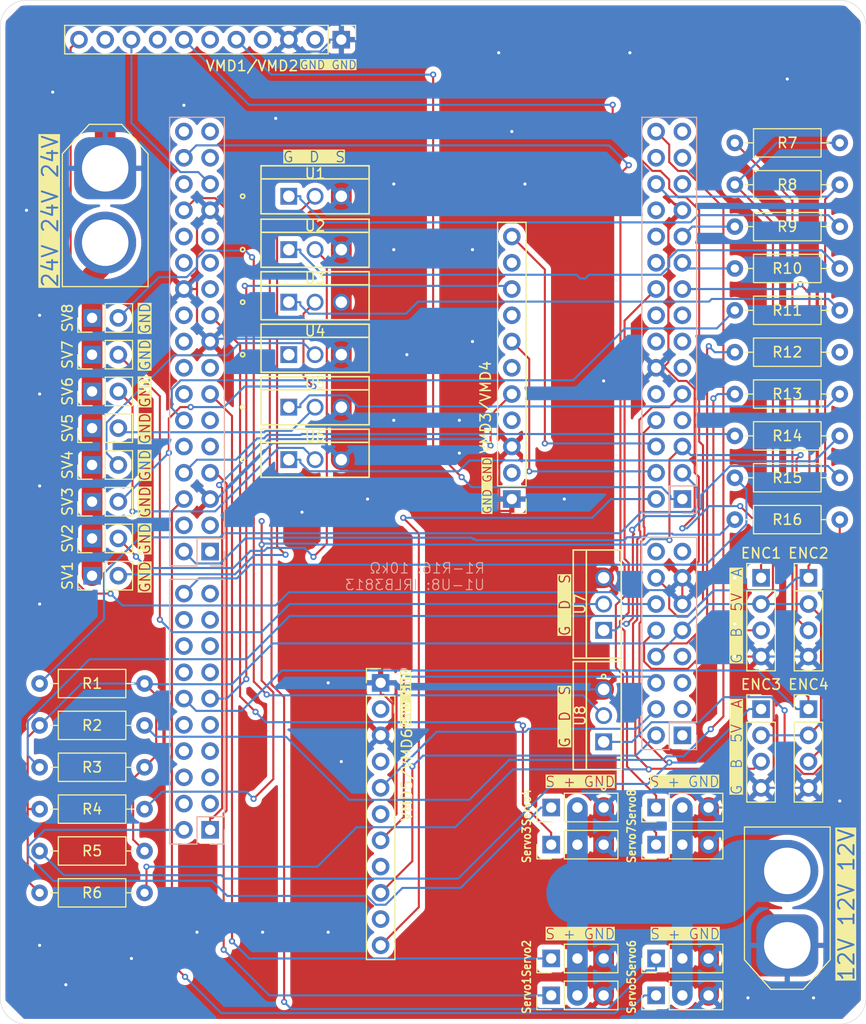
<source format=kicad_pcb>
(kicad_pcb (version 20241229) (generator "pcbnew") (generator_version "9.0")
  (layers (0 "F.Cu" signal) (2 "B.Cu" signal) (13 "F.Paste" user) (15 "B.Paste" user) (5 "F.SilkS" user "F.Silkscreen") (7 "B.SilkS" user "B.Silkscreen") (1 "F.Mask" user) (3 "B.Mask" user) (25 "Edge.Cuts" user))
  (net 0 "")
  (net 1 "GND")
  (net 2 "PC_0")
  (net 3 "+5V")
  (net 4 "PG_1")
  (net 5 "PF_2")
  (net 6 "PC_3")
  (net 7 "PF_5")
  (net 8 "PD_4")
  (net 9 "PF_7")
  (net 10 "PA_6")
  (net 12 "PC_9")
  (net 13 "PG_3")
  (net 15 "PC_10")
  (net 16 "VIN")
  (net 17 "PG_2")
  (net 18 "PD_2")
  (net 20 "PC_8")
  (net 21 "PC_12")
  (net 22 "+3.3V")
  (net 23 "PC_11")
  (net 24 "PF_3")
  (net 25 "PD_0")
  (net 26 "PE_5")
  (net 27 "PE_4")
  (net 28 "PD_3")
  (net 29 "PF_0")
  (net 30 "PD_1")
  (net 31 "PE_2")
  (net 33 "PF_1")
  (net 34 "PD_7")
  (net 36 "PE_3")
  (net 37 "PD_5")
  (net 39 "PA_3")
  (net 41 "PD_6")
  (net 42 "PF_10")
  (net 43 "PF_9")
  (net 46 "PB_9")
  (net 47 "PB_3")
  (net 48 "PC_7")
  (net 50 "PB_13")
  (net 53 "PB_8")
  (net 58 "PC_6")
  (net 59 "PA_15")
  (net 60 "PB_15")
  (net 62 "PF_12")
  (net 66 "PB_11")
  (net 67 "PE_11")
  (net 68 "PE_7")
  (net 70 "PB_6")
  (net 71 "PE_8")
  (net 73 "PD_11")
  (net 75 "PF_13")
  (net 76 "PB_10")
  (net 78 "PG_9")
  (net 79 "PF_15")
  (net 81 "PA_0")
  (net 84 "PG_14")
  (net 85 "PD_13")
  (net 86 "PF_14")
  (net 87 "PE_14")
  (net 89 "PD_12")
  (net 92 "PB_1")
  (net 94 "Net-(U1-G)")
  (net 95 "Net-(U2-G)")
  (net 96 "Net-(U3-G)")
  (net 98 "Net-(U5-G)")
  (net 99 "Net-(U6-G)")
  (net 100 "Net-(U7-G)")
  (net 101 "Net-(U8-G)")
  (net 102 "SERVO+")
  (net 103 "TR+")
  (net 104 "Net-(SV1-Pin_2)")
  (net 105 "Net-(SV2-Pin_2)")
  (net 106 "Net-(SV3-Pin_2)")
  (net 107 "Net-(SV4-Pin_2)")
  (net 108 "Net-(SV5-Pin_2)")
  (net 109 "Net-(SV6-Pin_2)")
  (net 110 "Net-(SV7-Pin_2)")
  (net 111 "Net-(SV8-Pin_2)")
  (footprint "Connector_PinHeader_2.54mm:PinHeader_1x03_P2.54mm_Vertical" (layer "F.Cu") (at 170.18 131.445 90)
    (property "Reference" "Servo8")
    (property "Value" "Servo8" (hide yes))
  )
  (footprint "Resistor_THT:R_Axial_DIN0207_L6.3mm_D2.5mm_P10.16mm_Horizontal" (layer "F.Cu") (at 177.8 67.14)
    (property "Reference" "R7")
    (property "Value" "R" (hide yes))
  )
  (footprint "Resistor_THT:R_Axial_DIN0207_L6.3mm_D2.5mm_P10.16mm_Horizontal" (layer "F.Cu") (at 110.49 127.55)
    (property "Reference" "R3")
    (property "Value" "R" (hide yes))
  )
  (footprint "Connector_PinHeader_2.54mm:PinHeader_1x04_P2.54mm_Vertical" (layer "F.Cu") (at 184.93 121.92)
    (property "Reference" "ENC4")
    (property "Value" "ENC4" (hide yes))
  )
  (footprint "Connector_PinHeader_2.54mm:PinHeader_1x11_P2.54mm_Vertical" (layer "F.Cu") (at 156.21 101.6 180)
    (property "Reference" "VMD3/VMD4")
    (property "Value" "VMD3/VMD4" (hide yes))
  )
  (footprint "Resistor_THT:R_Axial_DIN0207_L6.3mm_D2.5mm_P10.16mm_Horizontal" (layer "F.Cu") (at 177.8 103.59)
    (property "Reference" "R16")
    (property "Value" "R" (hide yes))
  )
  (footprint "Resistor_THT:R_Axial_DIN0207_L6.3mm_D2.5mm_P10.16mm_Horizontal" (layer "F.Cu") (at 177.8 79.29)
    (property "Reference" "R10")
    (property "Value" "R" (hide yes))
  )
  (footprint "footprints:PG-TO220-3_INF" (layer "F.Cu") (at 134.62 82.55)
    (property "Reference" "U3")
    (property "Value" "IRLB3813PBF" (hide yes))
  )
  (footprint "footprints:PG-TO220-3_INF" (layer "F.Cu") (at 134.62 92.71)
    (property "Reference" "U5")
    (property "Value" "IRLB3813PBF" (hide yes))
  )
  (footprint "footprints:PG-TO220-3_INF" (layer "F.Cu") (at 134.62 97.79)
    (property "Reference" "U6")
    (property "Value" "IRLB3813PBF" (hide yes))
  )
  (footprint "footprints:PG-TO220-3_INF" (layer "F.Cu") (at 134.62 87.63)
    (property "Reference" "U4")
    (property "Value" "IRLB3813PBF" (hide yes))
  )
  (footprint "footprints:PG-TO220-3_INF" (layer "F.Cu") (at 134.62 72.3016)
    (property "Reference" "U1")
    (property "Value" "IRLB3813PBF" (hide yes))
  )
  (footprint "Connector_PinHeader_2.54mm:PinHeader_1x03_P2.54mm_Vertical" (layer "F.Cu") (at 160.02 149.624 90)
    (property "Reference" "Servo1")
    (property "Value" "Servo1" (hide yes))
  )
  (footprint "Connector_PinHeader_2.54mm:PinHeader_1x04_P2.54mm_Vertical" (layer "F.Cu") (at 180.34 121.92)
    (property "Reference" "ENC3")
    (property "Value" "ENC3" (hide yes))
  )
  (footprint "Connector_PinHeader_2.54mm:PinHeader_1x03_P2.54mm_Vertical" (layer "F.Cu") (at 160.02 131.445 90)
    (property "Reference" "Servo4")
    (property "Value" "Servo4" (hide yes))
  )
  (footprint "Resistor_THT:R_Axial_DIN0207_L6.3mm_D2.5mm_P10.16mm_Horizontal" (layer "F.Cu") (at 177.8 91.44)
    (property "Reference" "R13")
    (property "Value" "R" (hide yes))
  )
  (footprint "Resistor_THT:R_Axial_DIN0207_L6.3mm_D2.5mm_P10.16mm_Horizontal" (layer "F.Cu") (at 110.49 123.5)
    (property "Reference" "R2")
    (property "Value" "R" (hide yes))
  )
  (footprint "Connector_PinHeader_2.54mm:PinHeader_1x02_P2.54mm_Vertical" (layer "F.Cu") (at 115.57 109.017 90)
    (property "Reference" "SV1")
    (property "Value" "SV1" (hide yes))
  )
  (footprint "Resistor_THT:R_Axial_DIN0207_L6.3mm_D2.5mm_P10.16mm_Horizontal" (layer "F.Cu") (at 177.8 83.34)
    (property "Reference" "R11")
    (property "Value" "R" (hide yes))
  )
  (footprint "Connector_PinHeader_2.54mm:PinHeader_1x02_P2.54mm_Vertical" (layer "F.Cu") (at 115.57 94.742 90)
    (property "Reference" "SV5")
    (property "Value" "SV5" (hide yes))
  )
  (footprint "Resistor_THT:R_Axial_DIN0207_L6.3mm_D2.5mm_P10.16mm_Horizontal" (layer "F.Cu") (at 110.49 135.65)
    (property "Reference" "R5")
    (property "Value" "R" (hide yes))
  )
  (footprint "Connector_PinHeader_2.54mm:PinHeader_1x11_P2.54mm_Vertical" (layer "F.Cu") (at 143.51 119.38)
    (property "Reference" "VMD5/VMD6")
    (property "Value" "VMD5/VMD6" (hide yes))
  )
  (footprint "Connector_AMASS:AMASS_XT60-M_1x02_P7.20mm_Vertical" (layer "F.Cu") (at 116.84 69.596 -90)
    (property "Reference" "J6" (hide yes))
    (property "Value" "XT60-M" (hide yes))
  )
  (footprint "Resistor_THT:R_Axial_DIN0207_L6.3mm_D2.5mm_P10.16mm_Horizontal" (layer "F.Cu") (at 110.49 131.6)
    (property "Reference" "R4")
    (property "Value" "R" (hide yes))
  )
  (footprint "Connector_PinHeader_2.54mm:PinHeader_1x02_P2.54mm_Vertical" (layer "F.Cu") (at 115.57 105.41 90)
    (property "Reference" "SV2")
    (property "Value" "SV2" (hide yes))
  )
  (footprint "Connector_PinHeader_2.54mm:PinHeader_1x02_P2.54mm_Vertical" (layer "F.Cu") (at 115.57 98.298 90)
    (property "Reference" "SV4")
    (property "Value" "SV4" (hide yes))
  )
  (footprint "Connector_PinHeader_2.54mm:PinHeader_1x03_P2.54mm_Vertical" (layer "F.Cu") (at 170.18 146.05 90)
    (property "Reference" "Servo6")
    (property "Value" "Servo6" (hide yes))
  )
  (footprint "Connector_PinHeader_2.54mm:PinHeader_1x02_P2.54mm_Vertical" (layer "F.Cu") (at 115.57 84.074 90)
    (property "Reference" "SV8")
    (property "Value" "SV8" (hide yes))
  )
  (footprint "footprints:PG-TO220-3_INF" (layer "F.Cu") (at 165.1 125.095 90)
    (property "Reference" "U8")
    (property "Value" "IRLB3813PBF" (hide yes))
  )
  (footprint "Resistor_THT:R_Axial_DIN0207_L6.3mm_D2.5mm_P10.16mm_Horizontal" (layer "F.Cu") (at 110.49 119.45)
    (property "Reference" "R1")
    (property "Value" "R" (hide yes))
  )
  (footprint "Connector_PinHeader_2.54mm:PinHeader_1x03_P2.54mm_Vertical" (layer "F.Cu") (at 160.02 146.05 90)
    (property "Reference" "Servo2")
    (property "Value" "Servo2" (hide yes))
  )
  (footprint "Connector_PinHeader_2.54mm:PinHeader_1x03_P2.54mm_Vertical" (layer "F.Cu") (at 170.18 149.624 90)
    (property "Reference" "Servo5")
    (property "Value" "Servo5" (hide yes))
  )
  (footprint "Connector_PinHeader_2.54mm:PinHeader_1x02_P2.54mm_Vertical" (layer "F.Cu") (at 115.57 101.854 90)
    (property "Reference" "SV3")
    (property "Value" "SV3" (hide yes))
  )
  (footprint "Connector_PinHeader_2.54mm:PinHeader_1x03_P2.54mm_Vertical" (layer "F.Cu") (at 170.18 135.037 90)
    (property "Reference" "Servo7")
    (property "Value" "Servo7" (hide yes))
  )
  (footprint "Connector_PinHeader_2.54mm:PinHeader_1x02_P2.54mm_Vertical" (layer "F.Cu") (at 115.57 91.186 90)
    (property "Reference" "SV6")
    (property "Value" "SV6" (hide yes))
  )
  (footprint "Connector_AMASS:AMASS_XT60-M_1x02_P7.20mm_Vertical" (layer "F.Cu") (at 182.88 144.78 90)
    (property "Reference" "J5" (hide yes))
    (property "Value" "XT60-M" (hide yes))
  )
  (footprint "Connector_PinHeader_2.54mm:PinHeader_1x04_P2.54mm_Vertical" (layer "F.Cu") (at 180.34 109.22)
    (property "Reference" "ENC1")
    (property "Value" "ENC1" (hide yes))
  )
  (footprint "Resistor_THT:R_Axial_DIN0207_L6.3mm_D2.5mm_P10.16mm_Horizontal" (layer "F.Cu") (at 177.8 95.49)
    (property "Reference" "R14")
    (property "Value" "R" (hide yes))
  )
  (footprint "Resistor_THT:R_Axial_DIN0207_L6.3mm_D2.5mm_P10.16mm_Horizontal" (layer "F.Cu") (at 177.8 71.19)
    (property "Reference" "R8")
    (property "Value" "R" (hide yes))
  )
  (footprint "Connector_PinHeader_2.54mm:PinHeader_1x02_P2.54mm_Vertical" (layer "F.Cu") (at 115.57 87.63 90)
    (property "Reference" "SV7")
    (property "Value" "SV7" (hide yes))
  )
  (footprint "Resistor_THT:R_Axial_DIN0207_L6.3mm_D2.5mm_P10.16mm_Horizontal" (layer "F.Cu") (at 177.8 87.39)
    (property "Reference" "R12")
    (property "Value" "R" (hide yes))
  )
  (footprint "footprints:PG-TO220-3_INF" (layer "F.Cu") (at 134.62 77.47)
    (property "Reference" "U2")
    (property "Value" "IRLB3813PBF" (hide yes))
  )
  (footprint "Resistor_THT:R_Axial_DIN0207_L6.3mm_D2.5mm_P10.16mm_Horizontal" (layer "F.Cu") (at 177.8 99.54)
    (property "Reference" "R15")
    (property "Value" "R" (hide yes))
  )
  (footprint "Resistor_THT:R_Axial_DIN0207_L6.3mm_D2.5mm_P10.16mm_Horizontal" (layer "F.Cu") (at 110.49 139.7)
    (property "Reference" "R6")
    (property "Value" "R" (hide yes))
  )
  (footprint "Resistor_THT:R_Axial_DIN0207_L6.3mm_D2.5mm_P10.16mm_Horizontal" (layer "F.Cu") (at 177.8 75.24)
    (property "Reference" "R9")
    (property "Value" "R" (hide yes))
  )
  (footprint "footprints:PG-TO220-3_INF" (layer "F.Cu") (at 165.1 114.3 90)
    (property "Reference" "U7")
    (property "Value" "IRLB3813PBF" (hide yes))
  )
  (footprint "Connector_PinHeader_2.54mm:PinHeader_1x11_P2.54mm_Vertical" (layer "F.Cu") (at 139.7 57.15 -90)
    (property "Reference" "VMD1/VMD2")
    (property "Value" "VMD1/VMD2" (hide yes))
  )
  (footprint "Connector_PinHeader_2.54mm:PinHeader_1x04_P2.54mm_Vertical" (layer "F.Cu") (at 184.93 109.22)
    (property "Reference" "ENC2")
    (property "Value" "ENC2" (hide yes))
  )
  (footprint "Connector_PinHeader_2.54mm:PinHeader_1x03_P2.54mm_Vertical" (layer "F.Cu") (at 160.02 135.037 90)
    (property "Reference" "Servo3")
    (property "Value" "Servo3" (hide yes))
  )
  (footprint "Connector_PinHeader_2.54mm:PinHeader_2x08_P2.54mm_Vertical" (layer "B.Cu") (at 169.72 124.46)
    (property "Reference" "J1" (hide yes))
    (property "Value" "Conn_02x08_Odd_Even")
  )
  (footprint "Connector_PinHeader_2.54mm:PinHeader_2x15_P2.54mm_Vertical" (layer "B.Cu") (at 169.34 101.6)
    (property "Reference" "J2" (hide yes))
    (property "Value" "Conn_02x15_Odd_Even")
  )
  (footprint "Connector_PinHeader_2.54mm:PinHeader_2x17_P2.54mm_Vertical" (layer "B.Cu") (at 123.62 106.68)
    (property "Reference" "J4" (hide yes))
    (property "Value" "Conn_02x17_Odd_Even")
  )
  (footprint "Connector_PinHeader_2.54mm:PinHeader_2x10_P2.54mm_Vertical" (layer "B.Cu") (at 124 133.604)
    (property "Reference" "J3" (hide yes))
    (property "Value" "Conn_02x10_Odd_Even")
  )
  (gr_line (start 187.96 152.4) (end 109.22 152.4) (stroke (width 0.05)) (layer "Edge.Cuts"))
  (gr_line (start 106.68 149.86) (end 106.68 55.88) (stroke (width 0.05)) (layer "Edge.Cuts"))
  (gr_arc (start 106.68 55.88) (mid 107.423949 54.083949) (end 109.22 53.34) (stroke (width 0.05)) (layer "Edge.Cuts"))
  (gr_arc (start 187.96 53.34) (mid 189.756051 54.083949) (end 190.5 55.88) (stroke (width 0.05)) (layer "Edge.Cuts"))
  (gr_arc (start 109.22 152.4) (mid 107.423949 151.656051) (end 106.68 149.86) (stroke (width 0.05)) (layer "Edge.Cuts"))
  (gr_arc (start 190.5 149.86) (mid 189.756051 151.656051) (end 187.96 152.4) (stroke (width 0.05)) (layer "Edge.Cuts"))
  (gr_line (start 109.22 53.34) (end 187.96 53.34) (stroke (width 0.05)) (layer "Edge.Cuts"))
  (gr_line (start 190.5 55.88) (end 190.5 149.86) (stroke (width 0.05)) (layer "Edge.Cuts"))
  (gr_text "24V 24V 24V" (at 112.395 81.241 90) (layer "F.SilkS" knockout) (effects (font (size 1.5 1.5) (thickness 0.1875)) (justify left bottom)))
  (gr_text "G  B  5V  A" (at 178.562 130.302 90) (layer "F.SilkS" knockout) (effects (font (size 1 1) (thickness 0.1)) (justify left bottom)))
  (gr_text "G  D  S" (at 161.925 114.935 90) (layer "F.SilkS" knockout) (effects (font (size 1 1) (thickness 0.125)) (justify left bottom)))
  (gr_text "GND" (at 121.285 110.744 90) (layer "F.SilkS" knockout) (effects (font (size 1 1) (thickness 0.125)) (justify left bottom)))
  (gr_text "GND" (at 121.285 96.393 90) (layer "F.SilkS" knockout) (effects (font (size 1 1) (thickness 0.125)) (justify left bottom)))
  (gr_text "GND GND" (at 154.305 103.124 90) (layer "F.SilkS" knockout) (effects (font (size 0.8 0.8) (thickness 0.1)) (justify left bottom)))
  (gr_text "S + GND" (at 159.385 144.272 0) (layer "F.SilkS" knockout) (effects (font (size 1 1) (thickness 0.1)) (justify left bottom)))
  (gr_text "GND GND" (at 135.636 60.071 0) (layer "F.SilkS" knockout) (effects (font (size 0.8 0.8) (thickness 0.1)) (justify left bottom)))
  (gr_text "G  D  S" (at 133.985 69.088 0) (layer "F.SilkS" knockout) (effects (font (size 1 1) (thickness 0.125)) (justify left bottom)))
  (gr_text "GND" (at 121.285 89.281 90) (layer "F.SilkS" knockout) (effects (font (size 1 1) (thickness 0.125)) (justify left bottom)))
  (gr_text "GND" (at 121.285 92.837 90) (layer "F.SilkS" knockout) (effects (font (size 1 1) (thickness 0.125)) (justify left bottom)))
  (gr_text "12V 12V 12V" (at 189.484 148.336 90) (layer "F.SilkS" knockout) (effects (font (size 1.5 1.5) (thickness 0.1875)) (justify left bottom)))
  (gr_text "S + GND" (at 169.545 144.272 0) (layer "F.SilkS" knockout) (effects (font (size 1 1) (thickness 0.1)) (justify left bottom)))
  (gr_text "GND" (at 121.285 107.061 90) (layer "F.SilkS" knockout) (effects (font (size 1 1) (thickness 0.125)) (justify left bottom)))
  (gr_text "G  B  5V  A" (at 178.562 117.602 90) (layer "F.SilkS" knockout) (effects (font (size 1 1) (thickness 0.1)) (justify left bottom)))
  (gr_text "GND" (at 121.285 85.725 90) (layer "F.SilkS" knockout) (effects (font (size 1 1) (thickness 0.125)) (justify left bottom)))
  (gr_text "GND" (at 121.285 99.949 90) (layer "F.SilkS" knockout) (effects (font (size 1 1) (thickness 0.125)) (justify left bottom)))
  (gr_text "S + GND" (at 169.49 129.54 0) (layer "F.SilkS" knockout) (effects (font (size 1 1) (thickness 0.1)) (justify left bottom)))
  (gr_text "G  D  S" (at 161.925 125.73 90) (layer "F.SilkS" knockout) (effects (font (size 1 1) (thickness 0.125)) (justify left bottom)))
  (gr_text "GND GND" (at 146.431 123.698 90) (layer "F.SilkS" knockout) (effects (font (size 0.8 0.8) (thickness 0.1)) (justify left bottom)))
  (gr_text "GND" (at 121.285 103.505 90) (layer "F.SilkS" knockout) (effects (font (size 1 1) (thickness 0.125)) (justify left bottom)))
  (gr_text "S + GND" (at 159.385 129.54 0) (layer "F.SilkS" knockout) (effects (font (size 1 1) (thickness 0.1)) (justify left bottom)))
  (gr_text "R1-R16: 10kΩ\nU1-U8: IRLB3813" (at 153.67 110.49 0) (layer "B.SilkS") (effects (font (size 1 1) (thickness 0.1)) (justify left bottom mirror)))
  (segment (start 153.625 105.3649) (end 157.48 109.22) (width 2) (layer "F.Cu") (net 1))
  (segment (start 170.3026 88.7774) (end 170.18 88.9) (width 0.2) (layer "F.Cu") (net 1))
  (segment (start 180.34 116.84) (end 181.5561 118.0561) (width 0.2) (layer "F.Cu") (net 1))
  (segment (start 177.8 109.22) (end 177.8 113.7) (width 0.2) (layer "F.Cu") (net 1))
  (segment (start 139.7 77.47) (end 139.7 97.79) (width 2) (layer "F.Cu") (net 1))
  (segment (start 180.34 144.78) (end 176.53 140.97) (width 6) (layer "F.Cu") (net 1))
  (segment (start 182.88 144.78) (end 180.34 144.78) (width 6) (layer "F.Cu") (net 1))
  (segment (start 175.26 140.97) (end 165.1 140.97) (width 6) (layer "F.Cu") (net 1))
  (segment (start 116.84 69.596) (end 116.84 60.96) (width 2) (layer "F.Cu") (net 1))
  (segment (start 174.3132 107.6268) (end 174.3132 99.4496) (width 0.2) (layer "F.Cu") (net 1))
  (segment (start 154.9983 97.7317) (end 154.9983 102.7517) (width 0.2) (layer "F.Cu") (net 1))
  (segment (start 156.21 102.7517) (end 154.9983 102.7517) (width 0.2) (layer "F.Cu") (net 1))
  (segment (start 172.72 109.22) (end 172.72 111.76) (width 0.2) (layer "F.Cu") (net 1))
  (segment (start 173.9115 99.0479) (end 173.9115 90.9523) (width 0.2) (layer "F.Cu") (net 1))
  (segment (start 157.48 109.22) (end 157.48 120.015) (width 2) (layer "F.Cu") (net 1))
  (segment (start 165.1 140.97) (end 165.1 149.624) (width 2) (layer "F.Cu") (net 1))
  (segment (start 181.5561 128.3239) (end 180.34 129.54) (width 0.2) (layer "F.Cu") (net 1))
  (segment (start 175.26 140.97) (end 175.26 149.624) (width 2) (layer "F.Cu") (net 1))
  (segment (start 157.48 120.015) (end 165.1 120.015) (width 2) (layer "F.Cu") (net 1))
  (segment (start 175.26 131.445) (end 175.26 140.97) (width 2) (layer "F.Cu") (net 1))
  (segment (start 143.51 119.38) (end 143.51 120.5317) (width 0.2) (layer "F.Cu") (net 1))
  (segment (start 156.21 101.6) (end 156.21 102.7517) (width 0.2) (layer "F.Cu") (net 1))
  (segment (start 173.1292 90.17) (end 172.3468 90.17) (width 0.2) (layer "F.Cu") (net 1))
  (segment (start 116.84 60.96) (end 139.7 60.96) (width 2) (layer "F.Cu") (net 1))
  (segment (start 172.3468 90.17) (end 170.9542 88.7774) (width 0.2) (layer "F.Cu") (net 1))
  (segment (start 125.73 74.93) (end 127 73.66) (width 0.2) (layer "F.Cu") (net 1))
  (segment (start 172.72 73.66) (end 171.3683 75.0117) (width 0.2) (layer "F.Cu") (net 1))
  (segment (start 153.625 104.125) (end 153.625 105.3649) (width 0.2) (layer "F.Cu") (net 1))
  (segment (start 139.7 60.96) (end 139.7 72.3016) (width 2) (layer "F.Cu") (net 1))
  (segment (start 157.48 109.22) (end 165.1 109.22) (width 2) (layer "F.Cu") (net 1))
  (segment (start 146.05 97.79) (end 153.625 105.3649) (width 2) (layer "F.Cu") (net 1))
  (segment (start 139.7 92.71) (end 139.7 87.63) (width 0.2) (layer "F.Cu") (net 1))
  (segment (start 125.73 81.28) (end 125.73 74.93) (width 0.2) (layer "F.Cu") (net 1))
  (segment (start 165.1 131.445) (end 165.1 140.97) (width 2) (layer "F.Cu") (net 1))
  (segment (start 171.3683 88.3633) (end 170.9542 88.7774) (width 0.2) (layer "F.Cu") (net 1))
  (segment (start 172.72 109.22) (end 174.3132 107.6268) (width 0.2) (layer "F.Cu") (net 1))
  (segment (start 139.7 82.55) (end 139.7 77.47) (width 0.2) (layer "F.Cu") (net 1))
  (segment (start 143.51 120.5317) (end 143.7979 120.5317) (width 0.2) (layer "F.Cu") (net 1))
  (segment (start 144.6681 123.3019) (end 143.51 124.46) (width 0.2) (layer "F.Cu") (net 1))
  (segment (start 181.5561 118.0561) (end 181.5561 128.3239) (width 0.2) (layer "F.Cu") (net 1))
  (segment (start 174.3132 99.4496) (end 173.9115 99.0479) (width 0.2) (layer "F.Cu") (net 1))
  (segment (start 125.73 85.09) (end 125.73 81.28) (width 0.2) (layer "F.Cu") (net 1))
  (segment (start 125.73 81.28) (end 124.46 81.28) (width 0.2) (layer "F.Cu") (net 1))
  (segment (start 139.7 57.15) (end 139.7 60.96) (width 0.2) (layer "F.Cu") (net 1))
  (segment (start 139.7 97.79) (end 146.05 97.79) (width 2) (layer "F.Cu") (net 1))
  (segment (start 176.53 140.97) (end 175.26 140.97) (width 6) (layer "F.Cu") (net 1))
  (segment (start 144.6681 121.4019) (end 144.6681 123.3019) (width 0.2) (layer "F.Cu") (net 1))
  (segment (start 154.9983 102.7517) (end 153.625 104.125) (width 0.2) (layer "F.Cu") (net 1))
  (segment (start 171.3683 75.0117) (end 171.3683 88.3633) (width 0.2) (layer "F.Cu") (net 1))
  (segment (start 177.8 116.84) (end 180.34 116.84) (width 0.2) (layer "F.Cu") (net 1))
  (segment (start 173.9115 90.9523) (end 173.1292 90.17) (width 0.2) (layer "F.Cu") (net 1))
  (segment (start 156.21 96.52) (end 154.9983 97.7317) (width 0.2) (layer "F.Cu") (net 1))
  (segment (start 170.9542 88.7774) (end 170.3026 88.7774) (width 0.2) (layer "F.Cu") (net 1))
  (segment (start 143.7979 120.5317) (end 144.6681 121.4019) (width 0.2) (layer "F.Cu") (net 1))
  (segment (start 139.7 72.3016) (end 139.7 77.47) (width 2) (layer "F.Cu") (net 1))
  (segment (start 127 86.36) (end 125.73 85.09) (width 0.2) (layer "F.Cu") (net 1))
  (via (at 152.4 86.36) (size 0.6) (drill 0.3) (layers "F.Cu" "B.Cu") (net 1))
  (via (at 152.4 77.47) (size 0.6) (drill 0.3) (layers "F.Cu" "B.Cu") (net 1))
  (via (at 187.96 130.81) (size 0.6) (drill 0.3) (layers "F.Cu" "B.Cu") (net 1))
  (via (at 113.03 148.59) (size 0.6) (drill 0.3) (layers "F.Cu" "B.Cu") (net 1))
  (via (at 110.49 111.76) (size 0.6) (drill 0.3) (layers "F.Cu" "B.Cu") (net 1))
  (via (at 167.64 58.42) (size 0.6) (drill 0.3) (layers "F.Cu" "B.Cu") (net 1))
  (via (at 132.08 143.51) (size 0.6) (drill 0.3) (layers "F.Cu" "B.Cu") (net 1))
  (via (at 125.73 143.51) (size 0.6) (drill 0.3) (layers "F.Cu" "B.Cu") (net 1))
  (via (at 110.49 83.82) (size 0.6) (drill 0.3) (layers "F.Cu" "B.Cu") (net 1))
  (via (at 110.49 144.78) (size 0.6) (drill 0.3) (layers "F.Cu" "B.Cu") (net 1))
  (via (at 142.24 101.6) (size 0.6) (drill 0.3) (layers "F.Cu" "B.Cu") (net 1))
  (via (at 110.49 100.33) (size 0.6) (drill 0.3) (layers "F.Cu" "B.Cu") (net 1))
  (via (at 133.35 64.77) (size 0.6) (drill 0.3) (layers "F.Cu" "B.Cu") (net 1))
  (via blind (at 177.8 113.7) (size 0.6) (drill 0.3) (layers "F.Cu" "B.Cu") (net 1))
  (via (at 161.29 101.6) (size 0.6) (drill 0.3) (layers "F.Cu" "B.Cu") (net 1))
  (via (at 177.8 116.84) (size 0.6) (drill 0.3) (layers "F.Cu" "B.Cu") (net 1))
  (via (at 165.1 90.17) (size 0.6) (drill 0.3) (layers "F.Cu" "B.Cu") (net 1))
  (via (at 144.78 71.12) (size 0.6) (drill 0.3) (layers "F.Cu" "B.Cu") (net 1))
  (via (at 156.21 66.04) (size 0.6) (drill 0.3) (layers "F.Cu" "B.Cu") (net 1))
  (via (at 157.48 71.12) (size 0.6) (drill 0.3) (layers "F.Cu" "B.Cu") (net 1))
  (via (at 177.8 109.22) (size 0.6) (drill 0.3) (layers "F.Cu" "B.Cu") (net 1))
  (via (at 144.78 93.98) (size 0.6) (drill 0.3) (layers "F.Cu" "B.Cu") (net 1))
  (via (at 111.76 62.23) (size 0.6) (drill 0.3) (layers "F.Cu" "B.Cu") (net 1))
  (via (at 135.89 102.87) (size 0.6) (drill 0.3) (layers "F.Cu" "B.Cu") (net 1))
  (via (at 119.38 146.05) (size 0.6) (drill 0.3) (layers "F.Cu" "B.Cu") (net 1))
  (via (at 179.07 149.86) (size 0.6) (drill 0.3) (layers "F.Cu" "B.Cu") (net 1))
  (via (at 124.46 63.5) (size 0.6) (drill 0.3) (layers "F.Cu" "B.Cu") (net 1))
  (via (at 154.94 58.42) (size 0.6) (drill 0.3) (layers "F.Cu" "B.Cu") (net 1))
  (via (at 146.05 87.63) (size 0.6) (drill 0.3) (layers "F.Cu" "B.Cu") (net 1))
  (via (at 138.43 143.51) (size 0.6) (drill 0.3) (layers "F.Cu" "B.Cu") (net 1))
  (via (at 144.78 77.47) (size 0.6) (drill 0.3) (layers "F.Cu" "B.Cu") (net 1))
  (via (at 151.13 93.98) (size 0.6) (drill 0.3) (layers "F.Cu" "B.Cu") (net 1))
  (via (at 138.43 119.38) (size 0.6) (drill 0.3) (layers "F.Cu" "B.Cu") (net 1))
  (via (at 185.42 149.86) (size 0.6) (drill 0.3) (layers "F.Cu" "B.Cu") (net 1))
  (via (at 110.49 91.44) (size 0.6) (drill 0.3) (layers "F.Cu" "B.Cu") (net 1))
  (via (at 182.88 60.96) (size 0.6) (drill 0.3) (layers "F.Cu" "B.Cu") (net 1))
  (via (at 109.22 73.66) (size 0.6) (drill 0.3) (layers "F.Cu" "B.Cu") (net 1))
  (via (at 139.7 127) (size 0.6) (drill 0.3) (layers "F.Cu" "B.Cu") (net 1))
  (via (at 151.13 97.155) (size 0.6) (drill 0.3) (layers "F.Cu" "B.Cu") (net 1))
  (segment (start 175.26 109.22) (end 177.8 109.22) (width 0.2) (layer "B.Cu") (net 1))
  (segment (start 172.72 109.22) (end 171.5294 110.4106) (width 0.2) (layer "B.Cu") (net 1))
  (segment (start 127.64 101.6) (end 127 101.6) (width 0.2) (layer "B.Cu") (net 1))
  (segment (start 139.7 87.63) (end 138.1597 86.0897) (width 0.2) (layer "B.Cu") (net 1))
  (segment (start 139.7 97.79) (end 138.1119 96.2019) (width 0.2) (layer "B.Cu") (net 1))
  (segment (start 171.5294 110.4106) (end 166.2906 110.4106) (width 0.2) (layer "B.Cu") (net 1))
  (segment (start 138.1597 86.0897) (end 127.2703 86.0897) (width 0.2) (layer "B.Cu") (net 1))
  (segment (start 135.7723 58.3023) (end 137.653 58.3023) (width 0.2) (layer "B.Cu") (net 1))
  (segment (start 178.435 131.445) (end 180.34 129.54) (width 0.2) (layer "B.Cu") (net 1))
  (segment (start 184.93 129.54) (end 180.34 129.54) (width 0.2) (layer "B.Cu") (net 1))
  (segment (start 134.62 57.15) (end 135.7723 58.3023) (width 0.2) (layer "B.Cu") (net 1))
  (segment (start 143.51 119.38) (end 144.6617 119.38) (width 0.2) (layer "B.Cu") (net 1))
  (segment (start 144.6617 119.38) (end 145.2967 120.015) (width 0.2) (layer "B.Cu") (net 1))
  (segment (start 145.2967 120.015) (end 165.1 120.015) (width 0.2) (layer "B.Cu") (net 1))
  (segment (start 133.0381 96.2019) (end 127.64 101.6) (width 0.2) (layer "B.Cu") (net 1))
  (segment (start 137.653 58.3023) (end 138.5483 57.407) (width 0.2) (layer "B.Cu") (net 1))
  (segment (start 180.34 116.84) (end 184.93 116.84) (width 0.2) (layer "B.Cu") (net 1))
  (segment (start 177.8 113.7) (end 177.8 116.84) (width 0.2) (layer "B.Cu") (net 1))
  (segment (start 139.7 57.15) (end 138.5483 57.15) (width 0.2) (layer "B.Cu") (net 1))
  (segment (start 138.5483 57.407) (end 138.5483 57.15) (width 0.2) (layer "B.Cu") (net 1))
  (segment (start 138.1119 96.2019) (end 133.0381 96.2019) (width 0.2) (layer "B.Cu") (net 1))
  (segment (start 127.2703 86.0897) (end 127 86.36) (width 0.2) (layer "B.Cu") (net 1))
  (segment (start 166.2906 110.4106) (end 165.1 109.22) (width 0.2) (layer "B.Cu") (net 1))
  (segment (start 172.72 111.76) (end 175.26 109.22) (width 0.2) (layer "B.Cu") (net 1))
  (segment (start 175.26 131.445) (end 178.435 131.445) (width 0.2) (layer "B.Cu") (net 1))
  (segment (start 173.9115 100.2515) (end 173.9115 103.2413) (width 0.2) (layer "F.Cu") (net 2))
  (segment (start 173.9115 103.2413) (end 172.7161 104.4367) (width 0.2) (layer "F.Cu") (net 2))
  (segment (start 180.34 104.3078) (end 178.315 102.2828) (width 0.2) (layer "F.Cu") (net 2))
  (segment (start 172.72 99.06) (end 173.9115 100.2515) (width 0.2) (layer "F.Cu") (net 2))
  (segment (start 180.34 108.0683) (end 180.34 104.3078) (width 0.2) (layer "F.Cu") (net 2))
  (segment (start 180.34 109.22) (end 180.34 108.0683) (width 0.2) (layer "F.Cu") (net 2))
  (via (at 178.315 102.2828) (size 0.6) (drill 0.3) (layers "F.Cu" "B.Cu") (net 2))
  (via (at 172.7161 104.4367) (size 0.6) (drill 0.3) (layers "F.Cu" "B.Cu") (net 2))
  (segment (start 174.1571 100.4971) (end 174.1571 102.3096) (width 0.2) (layer "B.Cu") (net 2))
  (segment (start 172.7161 104.4367) (end 173.166 104.4367) (width 0.2) (layer "B.Cu") (net 2))
  (segment (start 174.1571 102.3096) (end 173.6155 102.8512) (width 0.2) (layer "B.Cu") (net 2))
  (segment (start 127.95 105.3078) (end 120.1872 105.3078) (width 0.2) (layer "B.Cu") (net 2))
  (segment (start 128.3517 104.9061) (end 127.95 105.3078) (width 0.2) (layer "B.Cu") (net 2))
  (segment (start 173.6155 102.8512) (end 168.734 102.8512) (width 0.2) (layer "B.Cu") (net 2))
  (segment (start 116.7217 113.2183) (end 110.49 119.45) (width 0.2) (layer "B.Cu") (net 2))
  (segment (start 168.734 102.8512) (end 166.6791 104.9061) (width 0.2) (layer "B.Cu") (net 2))
  (segment (start 173.166 104.4367) (end 175.3199 102.2828) (width 0.2) (layer "B.Cu") (net 2))
  (segment (start 116.7217 108.7733) (end 116.7217 113.2183) (width 0.2) (layer "B.Cu") (net 2))
  (segment (start 120.1872 105.3078) (end 116.7217 108.7733) (width 0.2) (layer "B.Cu") (net 2))
  (segment (start 175.3199 102.2828) (end 178.315 102.2828) (width 0.2) (layer "B.Cu") (net 2))
  (segment (start 166.6791 104.9061) (end 128.3517 104.9061) (width 0.2) (layer "B.Cu") (net 2))
  (segment (start 172.72 99.06) (end 174.1571 100.4971) (width 0.2) (layer "B.Cu") (net 2))
  (segment (start 119.5483 128.6517) (end 120.65 127.55) (width 0.2) (layer "F.Cu") (net 3))
  (segment (start 121.7768 126.4232) (end 120.65 127.55) (width 0.2) (layer "F.Cu") (net 3))
  (segment (start 186.1401 123.2499) (end 184.93 124.46) (width 0.2) (layer "F.Cu") (net 3))
  (segment (start 180.34 111.76) (end 181.4917 110.6083) (width 0.2) (layer "F.Cu") (net 3))
  (segment (start 110.49 131.6) (end 109.3359 131.6) (width 0.2) (layer "F.Cu") (net 3))
  (segment (start 110.49 139.7) (end 109.3359 138.5459) (width 0.2) (layer "F.Cu") (net 3))
  (segment (start 119.5483 134.5483) (end 119.5483 128.6517) (width 0.2) (layer "F.Cu") (net 3))
  (segment (start 109.3359 124.6541) (end 110.49 123.5) (width 0.2) (layer "F.Cu") (net 3))
  (segment (start 109.3359 131.6) (end 109.3359 124.6541) (width 0.2) (layer "F.Cu") (net 3))
  (segment (start 186.1401 112.9701) (end 186.1401 123.2499) (width 0.2) (layer "F.Cu") (net 3))
  (segment (start 120.65 135.65) (end 119.5483 134.5483) (width 0.2) (layer "F.Cu") (net 3))
  (segment (start 121.7768 120.5768) (end 121.7768 126.4232) (width 0.2) (layer "F.Cu") (net 3))
  (segment (start 109.3359 138.5459) (end 109.3359 131.6) (width 0.2) (layer "F.Cu") (net 3))
  (segment (start 120.65 119.45) (end 121.7768 120.5768) (width 0.2) (layer "F.Cu") (net 3))
  (segment (start 181.4917 110.6083) (end 181.4917 74.8817) (width 0.2) (layer "F.Cu") (net 3))
  (segment (start 184.93 111.76) (end 186.1401 112.9701) (width 0.2) (layer "F.Cu") (net 3))
  (segment (start 181.4917 74.8817) (end 177.8 71.19) (width 0.2) (layer "F.Cu") (net 3))
  (segment (start 180.34 111.76) (end 184.93 111.76) (width 0.2) (layer "B.Cu") (net 3))
  (segment (start 133.0498 115.57) (end 129.1027 119.5171) (width 0.2) (layer "B.Cu") (net 3))
  (segment (start 171.45 115.57) (end 133.0498 115.57) (width 0.2) (layer "B.Cu") (net 3))
  (segment (start 181.85 67.14) (end 177.8 71.19) (width 0.2) (layer "B.Cu") (net 3))
  (segment (start 172.72 114.3) (end 175.26 111.76) (width 0.2) (layer "B.Cu") (net 3))
  (segment (start 172.72 114.3) (end 171.45 115.57) (width 0.2) (layer "B.Cu") (net 3))
  (segment (start 120.7171 119.5171) (end 120.65 119.45) (width 0.2) (layer "B.Cu") (net 3))
  (segment (start 175.26 111.76) (end 180.34 111.76) (width 0.2) (layer "B.Cu") (net 3))
  (segment (start 129.1027 119.5171) (end 120.7171 119.5171) (width 0.2) (layer "B.Cu") (net 3))
  (segment (start 114.54 119.45) (end 120.65 119.45) (width 0.2) (layer "B.Cu") (net 3))
  (segment (start 180.34 124.46) (end 184.93 124.46) (width 0.2) (layer "B.Cu") (net 3))
  (segment (start 187.96 67.14) (end 181.85 67.14) (width 0.2) (layer "B.Cu") (net 3))
  (segment (start 110.49 123.5) (end 114.54 119.45) (width 0.2) (layer "B.Cu") (net 3))
  (segment (start 170.18 66.04) (end 171.45 67.31) (width 0.2) (layer "F.Cu") (net 4))
  (segment (start 172.3016 69.85) (end 173.1443 69.85) (width 0.2) (layer "F.Cu") (net 4))
  (segment (start 176.6942 114.3) (end 180.34 114.3) (width 0.2) (layer "F.Cu") (net 4))
  (segment (start 176.6942 114.3) (end 176.6942 122.6373) (width 0.2) (layer "F.Cu") (net 4))
  (segment (start 176.6942 122.6373) (end 175.4727 123.8588) (width 0.2) (layer "F.Cu") (net 4))
  (segment (start 173.1443 69.85) (end 176.6942 73.3999) (width 0.2) (layer "F.Cu") (net 4))
  (segment (start 171.45 67.31) (end 171.45 68.9984) (width 0.2) (layer "F.Cu") (net 4))
  (segment (start 176.6942 73.3999) (end 176.6942 114.3) (width 0.2) (layer "F.Cu") (net 4))
  (segment (start 171.45 68.9984) (end 172.3016 69.85) (width 0.2) (layer "F.Cu") (net 4))
  (via (at 175.4727 123.8588) (size 0.6) (drill 0.3) (layers "F.Cu" "B.Cu") (net 4))
  (segment (start 121.7457 124.5957) (end 120.65 123.5) (width 0.2) (layer "B.Cu") (net 4))
  (segment (start 175.4727 123.8588) (end 172.8414 126.4901) (width 0.2) (layer "B.Cu") (net 4))
  (segment (start 171.2089 126.4901) (end 170.8627 126.8363) (width 0.2) (layer "B.Cu") (net 4))
  (segment (start 152.0898 130.6978) (end 140.4448 130.6978) (width 0.2) (layer "B.Cu") (net 4))
  (segment (start 170.8627 126.8363) (end 155.9513 126.8363) (width 0.2) (layer "B.Cu") (net 4))
  (segment (start 155.9513 126.8363) (end 152.0898 130.6978) (width 0.2) (layer "B.Cu") (net 4))
  (segment (start 140.4448 130.6978) (end 134.3427 124.5957) (width 0.2) (layer "B.Cu") (net 4))
  (segment (start 172.8414 126.4901) (end 171.2089 126.4901) (width 0.2) (layer "B.Cu") (net 4))
  (segment (start 134.3427 124.5957) (end 121.7457 124.5957) (width 0.2) (layer "B.Cu") (net 4))
  (segment (start 184.93 109.22) (end 184.93 108.0683) (width 0.2) (layer "F.Cu") (net 5))
  (segment (start 185.0242 107.9741) (end 184.93 108.0683) (width 0.2) (layer "F.Cu") (net 5))
  (segment (start 185.0242 81.7077) (end 185.0242 107.9741) (width 0.2) (layer "F.Cu") (net 5))
  (segment (start 184.1419 80.8254) (end 185.0242 81.7077) (width 0.2) (layer "F.Cu") (net 5))
  (via (at 184.1419 80.8254) (size 0.6) (drill 0.3) (layers "F.Cu" "B.Cu") (net 5))
  (segment (start 109.3429 123.0799) (end 115.3288 117.094) (width 0.2) (layer "B.Cu") (net 5))
  (segment (start 184.93 109.22) (end 183.7783 109.22) (width 0.2) (layer "B.Cu") (net 5))
  (segment (start 130.5227 117.094) (end 134.705 112.9117) (width 0.2) (layer "B.Cu") (net 5))
  (segment (start 182.5682 110.4301) (end 183.7783 109.22) (width 0.2) (layer "B.Cu") (net 5))
  (segment (start 109.3429 126.4029) (end 109.3429 123.0799) (width 0.2) (layer "B.Cu") (net 5))
  (segment (start 175.7516 110.4301) (end 182.5682 110.4301) (width 0.2) (layer "B.Cu") (net 5))
  (segment (start 115.3288 117.094) (end 130.5227 117.094) (width 0.2) (layer "B.Cu") (net 5))
  (segment (start 172.72 81.28) (end 183.6873 81.28) (width 0.2) (layer "B.Cu") (net 5))
  (segment (start 110.49 127.55) (end 109.3429 126.4029) (width 0.2) (layer "B.Cu") (net 5))
  (segment (start 173.27 112.9117) (end 175.7516 110.4301) (width 0.2) (layer "B.Cu") (net 5))
  (segment (start 183.6873 81.28) (end 184.1419 80.8254) (width 0.2) (layer "B.Cu") (net 5))
  (segment (start 134.705 112.9117) (end 173.27 112.9117) (width 0.2) (layer "B.Cu") (net 5))
  (segment (start 131.2071 130.6037) (end 133.1188 128.692) (width 0.2) (layer "F.Cu") (net 6))
  (segment (start 171.4684 97.7716) (end 171.4684 105.5666) (width 0.2) (layer "F.Cu") (net 6))
  (segment (start 133.1188 128.692) (end 133.1188 120.3007) (width 0.2) (layer "F.Cu") (net 6))
  (segment (start 131.9895 106.0086) (end 131.9895 103.7364) (width 0.2) (layer "F.Cu") (net 6))
  (segment (start 131.9895 119.1714) (end 131.9895 106.0086) (width 0.2) (layer "F.Cu") (net 6))
  (segment (start 184.1664 97.3408) (end 183.7783 97.7289) (width 0.2) (layer "F.Cu") (net 6))
  (segment (start 172.72 96.52) (end 171.4684 97.7716) (width 0.2) (layer "F.Cu") (net 6))
  (segment (start 183.7783 97.7289) (end 183.7783 113.1483) (width 0.2) (layer "F.Cu") (net 6))
  (segment (start 133.1188 120.3007) (end 131.9895 119.1714) (width 0.2) (layer "F.Cu") (net 6))
  (segment (start 183.7783 113.1483) (end 184.93 114.3) (width 0.2) (layer "F.Cu") (net 6))
  (via (at 171.4684 105.5666) (size 0.6) (drill 0.3) (layers "F.Cu" "B.Cu") (net 6))
  (via (at 131.2071 130.6037) (size 0.6) (drill 0.3) (layers "F.Cu" "B.Cu") (net 6))
  (via (at 184.1664 97.3408) (size 0.6) (drill 0.3) (layers "F.Cu" "B.Cu") (net 6))
  (via (at 131.9895 106.0086) (size 0.6) (drill 0.3) (layers "F.Cu" "B.Cu") (net 6))
  (via (at 131.9895 103.7364) (size 0.6) (drill 0.3) (layers "F.Cu" "B.Cu") (net 6))
  (segment (start 169.6496 105.4862) (end 169.1302 106.0056) (width 0.2) (layer "B.Cu") (net 6))
  (segment (start 171.4684 105.5666) (end 171.388 105.4862) (width 0.2) (layer "B.Cu") (net 6))
  (segment (start 137.1789 105.9065) (end 132.0916 105.9065) (width 0.2) (layer "B.Cu") (net 6))
  (segment (start 122.3377 129.9123) (end 130.5157 129.9123) (width 0.2) (layer "B.Cu") (net 6))
  (segment (start 120.65 131.6) (end 122.3377 129.9123) (width 0.2) (layer "B.Cu") (net 6))
  (segment (start 172.72 96.52) (end 173.5408 97.3408) (width 0.2) (layer "B.Cu") (net 6))
  (segment (start 130.5157 129.9123) (end 131.2071 130.6037) (width 0.2) (layer "B.Cu") (net 6))
  (segment (start 137.278 106.0056) (end 137.1789 105.9065) (width 0.2) (layer "B.Cu") (net 6))
  (segment (start 171.388 105.4862) (end 169.6496 105.4862) (width 0.2) (layer "B.Cu") (net 6))
  (segment (start 132.0916 105.9065) (end 131.9895 106.0086) (width 0.2) (layer "B.Cu") (net 6))
  (segment (start 173.5408 97.3408) (end 184.1664 97.3408) (width 0.2) (layer "B.Cu") (net 6))
  (segment (start 169.1302 106.0056) (end 137.278 106.0056) (width 0.2) (layer "B.Cu") (net 6))
  (segment (start 168.3458 105.5267) (end 168.6467 105.2258) (width 0.2) (layer "F.Cu") (net 7))
  (segment (start 168.5544 104.6351) (end 168.5544 93.9417) (width 0.2) (layer "F.Cu") (net 7))
  (segment (start 168.6467 104.7274) (end 168.5544 104.6351) (width 0.2) (layer "F.Cu") (net 7))
  (segment (start 168.5544 93.9417) (end 169.7861 92.71) (width 0.2) (layer "F.Cu") (net 7))
  (segment (start 120.8376 139.5124) (end 120.8376 137.1706) (width 0.2) (layer "F.Cu") (net 7))
  (segment (start 167.9441 120.8923) (end 167.9441 113.662) (width 0.2) (layer "F.Cu") (net 7))
  (segment (start 167.9985 120.9467) (end 168.1648 121.113) (width 0.2) (layer "F.Cu") (net 7))
  (segment (start 168.1648 121.113) (end 168.1648 126.3978) (width 0.2) (layer "F.Cu") (net 7))
  (segment (start 168.1648 126.3978) (end 169.4605 127.6935) (width 0.2) (layer "F.Cu") (net 7))
  (segment (start 168.6467 105.2258) (end 168.6467 104.7274) (width 0.2) (layer "F.Cu") (net 7))
  (segment (start 120.65 139.7) (end 120.8376 139.5124) (width 0.2) (layer "F.Cu") (net 7))
  (segment (start 167.9985 120.9467) (end 167.9441 120.8923) (width 0.2) (layer "F.Cu") (net 7))
  (segment (start 179.6465 127.6935) (end 180.34 127) (width 0.2) (layer "F.Cu") (net 7))
  (segment (start 168.3458 113.2603) (end 168.3458 105.5267) (width 0.2) (layer "F.Cu") (net 7))
  (segment (start 167.9441 113.662) (end 168.3458 113.2603) (width 0.2) (layer "F.Cu") (net 7))
  (segment (start 169.4605 127.6935) (end 169.4605 127.7529) (width 0.2) (layer "F.Cu") (net 7))
  (segment (start 169.4605 127.6935) (end 179.6465 127.6935) (width 0.2) (layer "F.Cu") (net 7))
  (segment (start 169.7861 92.71) (end 171.45 92.71) (width 0.2) (layer "F.Cu") (net 7))
  (segment (start 167.9985 120.9467) (end 168.1648 121.113) (width 0.2) (layer "F.Cu") (net 7))
  (segment (start 171.45 92.71) (end 172.72 91.44) (width 0.2) (layer "F.Cu") (net 7))
  (via (at 120.8376 137.1706) (size 0.6) (drill 0.3) (layers "F.Cu" "B.Cu") (net 7))
  (via (at 169.4605 127.7529) (size 0.6) (drill 0.3) (layers "F.Cu" "B.Cu") (net 7))
  (segment (start 156.3372 127.7529) (end 150.7401 133.35) (width 0.2) (layer "B.Cu") (net 7))
  (segment (start 169.4605 127.7529) (end 156.3372 127.7529) (width 0.2) (layer "B.Cu") (net 7))
  (segment (start 150.7401 133.35) (end 141.1904 133.35) (width 0.2) (layer "B.Cu") (net 7))
  (segment (start 137.3698 137.1706) (end 120.8376 137.1706) (width 0.2) (layer "B.Cu") (net 7))
  (segment (start 141.1904 133.35) (end 137.3698 137.1706) (width 0.2) (layer "B.Cu") (net 7))
  (segment (start 168.5665 124.4953) (end 168.5665 113.6077) (width 0.2) (layer "F.Cu") (net 8))
  (segment (start 171.458 127.0918) (end 171.163 127.0918) (width 0.2) (layer "F.Cu") (net 8))
  (segment (start 168.7475 113.4267) (end 168.7475 105.693) (width 0.2) (layer "F.Cu") (net 8))
  (segment (start 171.163 127.0918) (end 168.5665 124.4953) (width 0.2) (layer "F.Cu") (net 8))
  (segment (start 169.0484 105.3921) (end 169.0484 104.3445) (width 0.2) (layer "F.Cu") (net 8))
  (segment (start 168.7475 105.693) (end 169.0484 105.3921) (width 0.2) (layer "F.Cu") (net 8))
  (segment (start 168.9732 104.2693) (end 168.9732 95.1868) (width 0.2) (layer "F.Cu") (net 8))
  (segment (start 168.5665 113.6077) (end 168.7475 113.4267) (width 0.2) (layer "F.Cu") (net 8))
  (segment (start 169.0484 104.3445) (end 168.9732 104.2693) (width 0.2) (layer "F.Cu") (net 8))
  (segment (start 168.9732 95.1868) (end 170.18 93.98) (width 0.2) (layer "F.Cu") (net 8))
  (via (at 171.458 127.0918) (size 0.6) (drill 0.3) (layers "F.Cu" "B.Cu") (net 8))
  (segment (start 174.0165 127.0918) (end 171.458 127.0918) (width 0.2) (layer "B.Cu") (net 8))
  (segment (start 128.41 138.3202) (end 128.081 137.9912) (width 0.2) (layer "B.Cu") (net 8))
  (segment (start 128.081 137.9912) (end 112.8312 137.9912) (width 0.2) (layer "B.Cu") (net 8))
  (segment (start 112.8312 137.9912) (end 110.49 135.65) (width 0.2) (layer "B.Cu") (net 8))
  (segment (start 169.3878 129.162) (end 160.1763 129.162) (width 0.2) (layer "B.Cu") (net 8))
  (segment (start 160.1763 129.162) (end 151.0181 138.3202) (width 0.2) (layer "B.Cu") (net 8))
  (segment (start 179.1883 121.92) (end 174.0165 127.0918) (width 0.2) (layer "B.Cu") (net 8))
  (segment (start 171.458 127.0918) (end 169.3878 129.162) (width 0.2) (layer "B.Cu") (net 8))
  (segment (start 151.0181 138.3202) (end 128.41 138.3202) (width 0.2) (layer "B.Cu") (net 8))
  (segment (start 180.34 121.92) (end 179.1883 121.92) (width 0.2) (layer "B.Cu") (net 8))
  (segment (start 186.5418 72.6082) (end 187.96 71.19) (width 0.2) (layer "F.Cu") (net 9))
  (segment (start 184.93 127) (end 186.5418 125.3882) (width 0.2) (layer "F.Cu") (net 9))
  (segment (start 186.5418 125.3882) (end 186.5418 72.6082) (width 0.2) (layer "F.Cu") (net 9))
  (segment (start 171.4 72.34) (end 170.18 71.12) (width 0.2) (layer "B.Cu") (net 9))
  (segment (start 186.81 72.34) (end 171.4 72.34) (width 0.2) (layer "B.Cu") (net 9))
  (segment (start 187.96 71.19) (end 186.81 72.34) (width 0.2) (layer "B.Cu") (net 9))
  (segment (start 177.8 67.14) (end 183.3766 72.7166) (width 0.2) (layer "F.Cu") (net 10))
  (segment (start 183.3766 72.7166) (end 183.3766 119.2149) (width 0.2) (layer "F.Cu") (net 10))
  (segment (start 183.3766 119.2149) (end 184.93 120.7683) (width 0.2) (layer "F.Cu") (net 10))
  (segment (start 184.93 121.92) (end 184.93 120.7683) (width 0.2) (layer "F.Cu") (net 10))
  (segment (start 130.0424 122.0946) (end 125.6506 122.0946) (width 0.2) (layer "B.Cu") (net 10))
  (segment (start 133.9528 118.1842) (end 130.0424 122.0946) (width 0.2) (layer "B.Cu") (net 10))
  (segment (start 183.7783 121.92) (end 180.0425 118.1842) (width 0.2) (layer "B.Cu") (net 10))
  (segment (start 180.0425 118.1842) (end 133.9528 118.1842) (width 0.2) (layer "B.Cu") (net 10))
  (segment (start 184.93 121.92) (end 183.7783 121.92) (width 0.2) (layer "B.Cu") (net 10))
  (segment (start 125.6506 122.0946) (end 124.46 120.904) (width 0.2) (layer "B.Cu") (net 10))
  (segment (start 143.51 129.54) (end 148.9321 124.1179) (width 0.2) (layer "B.Cu") (net 12))
  (segment (start 157.8225 123.8274) (end 168.2726 123.8274) (width 0.2) (layer "B.Cu") (net 12))
  (segment (start 168.2726 123.8274) (end 170.18 121.92) (width 0.2) (layer "B.Cu") (net 12))
  (segment (start 148.9321 124.1179) (end 157.532 124.1179) (width 0.2) (layer "B.Cu") (net 12))
  (segment (start 157.532 124.1179) (end 157.8225 123.8274) (width 0.2) (layer "B.Cu") (net 12))
  (segment (start 145.7511 132.3789) (end 143.51 134.62) (width 0.2) (layer "F.Cu") (net 15))
  (segment (start 145.7511 118.7859) (end 145.7511 132.3789) (width 0.2) (layer "F.Cu") (net 15))
  (via (at 145.7511 118.7859) (size 0.6) (drill 0.3) (layers "F.Cu" "B.Cu") (net 15))
  (segment (start 169.5859 118.7859) (end 145.7511 118.7859) (width 0.2) (layer "B.Cu") (net 15))
  (segment (start 170.18 119.38) (end 169.5859 118.7859) (width 0.2) (layer "B.Cu") (net 15))
  (segment (start 173.201 112.9701) (end 174.7149 111.4562) (width 0.2) (layer "F.Cu") (net 17))
  (segment (start 174.4795 96.1669) (end 174.3469 96.0343) (width 0.2) (layer "F.Cu") (net 17))
  (segment (start 174.3469 73.651) (end 173.0859 72.39) (width 0.2) (layer "F.Cu") (net 17))
  (segment (start 172.3016 72.39) (end 171.45 71.5384) (width 0.2) (layer "F.Cu") (net 17))
  (segment (start 174.7149 96.4023) (end 174.4795 96.1669) (width 0.2) (layer "F.Cu") (net 17))
  (segment (start 171.45 110.49) (end 171.45 112.1784) (width 0.2) (layer "F.Cu") (net 17))
  (segment (start 174.7149 111.4562) (end 174.7149 96.4023) (width 0.2) (layer "F.Cu") (net 17))
  (segment (start 172.2417 112.9701) (end 173.201 112.9701) (width 0.2) (layer "F.Cu") (net 17))
  (segment (start 171.45 70.7016) (end 170.5984 69.85) (width 0.2) (layer "F.Cu") (net 17))
  (segment (start 174.4795 96.1669) (end 174.3469 96.0343) (width 0.2) (layer "F.Cu") (net 17))
  (segment (start 171.45 112.1784) (end 172.2417 112.9701) (width 0.2) (layer "F.Cu") (net 17))
  (segment (start 165.9747 66.0087) (end 165.9747 63.4552) (width 0.2) (layer "F.Cu") (net 17))
  (segment (start 170.5984 69.85) (end 169.816 69.85) (width 0.2) (layer "F.Cu") (net 17))
  (segment (start 169.816 69.85) (end 165.9747 66.0087) (width 0.2) (layer "F.Cu") (net 17))
  (segment (start 173.0859 72.39) (end 172.3016 72.39) (width 0.2) (layer "F.Cu") (net 17))
  (segment (start 170.18 109.22) (end 171.45 110.49) (width 0.2) (layer "F.Cu") (net 17))
  (segment (start 171.45 71.5384) (end 171.45 70.7016) (width 0.2) (layer "F.Cu") (net 17))
  (segment (start 174.3469 96.0343) (end 174.3469 73.651) (width 0.2) (layer "F.Cu") (net 17))
  (via (at 165.9747 63.4552) (size 0.6) (drill 0.3) (layers "F.Cu" "B.Cu") (net 17))
  (segment (start 130.7652 63.4552) (end 124.46 57.15) (width 0.2) (layer "B.Cu") (net 17))
  (segment (start 165.9747 63.4552) (end 130.7652 63.4552) (width 0.2) (layer "B.Cu") (net 17))
  (segment (start 115.1486 110.747) (end 117.356 110.747) (width 0.2) (layer "F.Cu") (net 18))
  (segment (start 113.4926 57.9574) (end 113.4926 109.091) (width 0.2) (layer "F.Cu") (net 18))
  (segment (start 114.3 57.15) (end 113.4926 57.9574) (width 0.2) (layer "F.Cu") (net 18))
  (segment (start 113.4926 109.091) (end 115.1486 110.747) (width 0.2) (layer "F.Cu") (net 18))
  (via (at 117.356 110.747) (size 0.6) (drill 0.3) (layers "F.Cu" "B.Cu") (net 18))
  (segment (start 170.18 111.76) (end 167.0028 111.76) (width 0.2) (layer "B.Cu") (net 18))
  (segment (start 134.6236 110.6106) (end 133.3385 111.8957) (width 0.2) (layer "B.Cu") (net 18))
  (segment (start 118.5047 111.8957) (end 117.356 110.747) (width 0.2) (layer "B.Cu") (net 18))
  (segment (start 167.0028 111.76) (end 165.8534 110.6106) (width 0.2) (layer "B.Cu") (net 18))
  (segment (start 165.8534 110.6106) (end 134.6236 110.6106) (width 0.2) (layer "B.Cu") (net 18))
  (segment (start 133.3385 111.8957) (end 118.5047 111.8957) (width 0.2) (layer "B.Cu") (net 18))
  (segment (start 146.5768 136.6332) (end 143.51 139.7) (width 0.2) (layer "F.Cu") (net 20))
  (segment (start 146.5768 127.467) (end 146.5768 136.6332) (width 0.2) (layer "F.Cu") (net 20))
  (via (at 146.5768 127.467) (size 0.6) (drill 0.3) (layers "F.Cu" "B.Cu") (net 20))
  (segment (start 170.18 124.46) (end 168.2184 126.4216) (width 0.2) (layer "B.Cu") (net 20))
  (segment (start 147.6222 126.4216) (end 146.5768 127.467) (width 0.2) (layer "B.Cu") (net 20))
  (segment (start 168.2184 126.4216) (end 147.6222 126.4216) (width 0.2) (layer "B.Cu") (net 20))
  (segment (start 169.0144 117.3208) (end 169.0144 115.4656) (width 0.2) (layer "F.Cu") (net 21))
  (segment (start 169.7169 118.0233) (end 169.0144 117.3208) (width 0.2) (layer "F.Cu") (net 21))
  (segment (start 175.7236 91.8644) (end 175.7236 115.5587) (width 0.2) (layer "F.Cu") (net 21))
  (segment (start 175.7236 115.5587) (end 173.259 118.0233) (width 0.2) (layer "F.Cu") (net 21))
  (segment (start 173.259 118.0233) (end 169.7169 118.0233) (width 0.2) (layer "F.Cu") (net 21))
  (segment (start 169.0144 115.4656) (end 170.18 114.3) (width 0.2) (layer "F.Cu") (net 21))
  (via (at 175.7236 91.8644) (size 0.6) (drill 0.3) (layers "F.Cu" "B.Cu") (net 21))
  (segment (start 176.148 91.44) (end 175.7236 91.8644) (width 0.2) (layer "B.Cu") (net 21))
  (segment (start 177.8 91.44) (end 176.148 91.44) (width 0.2) (layer "B.Cu") (net 21))
  (segment (start 175.1166 113.5956) (end 175.1166 86.9757) (width 0.2) (layer "F.Cu") (net 23))
  (segment (start 175.1166 86.9757) (end 175.2811 86.8112) (width 0.2) (layer "F.Cu") (net 23))
  (segment (start 171.45 115.57) (end 173.1422 115.57) (width 0.2) (layer "F.Cu") (net 23))
  (segment (start 170.18 116.84) (end 171.45 115.57) (width 0.2) (layer "F.Cu") (net 23))
  (segment (start 173.1422 115.57) (end 175.1166 113.5956) (width 0.2) (layer "F.Cu") (net 23))
  (via (at 175.2811 86.8112) (size 0.6) (drill 0.3) (layers "F.Cu" "B.Cu") (net 23))
  (segment (start 175.8599 87.39) (end 175.2811 86.8112) (width 0.2) (layer "B.Cu") (net 23))
  (segment (start 177.8 87.39) (end 175.8599 87.39) (width 0.2) (layer "B.Cu") (net 23))
  (segment (start 167.2917 107.5518) (end 167.1254 107.3855) (width 0.2) (layer "F.Cu") (net 26))
  (segment (start 167.1254 107.3855) (end 167.1254 84.3346) (width 0.2) (layer "F.Cu") (net 26))
  (segment (start 167.1269 114.3601) (end 167.1269 118.182) (width 0.2) (layer "F.Cu") (net 26))
  (segment (start 167.5271 107.7872) (end 167.5271 112.5771) (width 0.2) (layer "F.Cu") (net 26))
  (segment (start 167.2917 118.3468) (end 167.1269 118.182) (width 0.2) (layer "F.Cu") (net 26))
  (segment (start 167.2917 107.5518) (end 167.1254 107.3855) (width 0.2) (layer "F.Cu") (net 26))
  (segment (start 167.1254 84.3346) (end 170.18 81.28) (width 0.2) (layer "F.Cu") (net 26))
  (segment (start 167.3614 118.4165) (end 167.3614 127.4747) (width 0.2) (layer "F.Cu") (net 26))
  (segment (start 167.3614 127.4747) (end 170.18 130.2933) (width 0.2) (layer "F.Cu") (net 26))
  (segment (start 167.5271 112.5771) (end 166.6846 113.4196) (width 0.2) (layer "F.Cu") (net 26))
  (segment (start 166.6846 113.9178) (end 167.1269 114.3601) (width 0.2) (layer "F.Cu") (net 26))
  (segment (start 166.6846 113.4196) (end 166.6846 113.9178) (width 0.2) (layer "F.Cu") (net 26))
  (segment (start 170.18 131.445) (end 170.18 130.2933) (width 0.2) (layer "F.Cu") (net 26))
  (segment (start 167.2917 107.5518) (end 167.5271 107.7872) (width 0.2) (layer "F.Cu") (net 26))
  (segment (start 167.2917 118.3468) (end 167.1269 118.182) (width 0.2) (layer "F.Cu") (net 26))
  (segment (start 167.2917 118.3468) (end 167.3614 118.4165) (width 0.2) (layer "F.Cu") (net 26))
  (segment (start 172.72 76.2) (end 173.68 75.24) (width 0.2) (layer "B.Cu") (net 29))
  (segment (start 173.68 75.24) (end 177.8 75.24) (width 0.2) (layer "B.Cu") (net 29))
  (segment (start 177.8 79.29) (end 173.27 79.29) (width 0.2) (layer "B.Cu") (net 33))
  (segment (start 173.27 79.29) (end 172.72 78.74) (width 0.2) (layer "B.Cu") (net 33))
  (segment (start 147.2033 141.0867) (end 147.2033 104.9214) (width 0.2) (layer "F.Cu") (net 34))
  (segment (start 147.2033 104.9214) (end 145.6936 103.4117) (width 0.2) (layer "F.Cu") (net 34))
  (segment (start 143.51 144.78) (end 147.2033 141.0867) (width 0.2) (layer "F.Cu") (net 34))
  (via (at 145.6936 103.4117) (size 0.6) (drill 0.3) (layers "F.Cu" "B.Cu") (net 34))
  (segment (start 165.814 101.6) (end 164.0023 103.4117) (width 0.2) (layer "B.Cu") (net 34))
  (segment (start 170.18 101.6) (end 165.814 101.6) (width 0.2) (layer "B.Cu") (net 34))
  (segment (start 164.0023 103.4117) (end 145.6936 103.4117) (width 0.2) (layer "B.Cu") (net 34))
  (segment (start 159.4058 79.3958) (end 159.4058 96.2197) (width 0.2) (layer "F.Cu") (net 37))
  (segment (start 156.21 76.2) (end 159.4058 79.3958) (width 0.2) (layer "F.Cu") (net 37))
  (via (at 159.4058 96.2197) (size 0.6) (drill 0.3) (layers "F.Cu" "B.Cu") (net 37))
  (segment (start 169.8797 96.2197) (end 170.18 96.52) (width 0.2) (layer "B.Cu") (net 37))
  (segment (start 159.4058 96.2197) (end 169.8797 96.2197) (width 0.2) (layer "B.Cu") (net 37))
  (segment (start 151.3505 99.4816) (end 148.5909 96.722) (width 0.2) (layer "F.Cu") (net 39))
  (segment (start 148.5909 96.722) (end 148.5909 60.5357) (width 0.2) (layer "F.Cu") (net 39))
  (via (at 148.5909 60.5357) (size 0.6) (drill 0.3) (layers "F.Cu" "B.Cu") (net 39))
  (via (at 151.3505 99.4816) (size 0.6) (drill 0.3) (layers "F.Cu" "B.Cu") (net 39))
  (segment (start 171.5683 101.312) (end 170.7046 100.4483) (width 0.2) (layer "B.Cu") (net 39))
  (segment (start 172.72 101.6) (end 171.5683 101.6) (width 0.2) (layer "B.Cu") (net 39))
  (segment (start 171.5683 101.6) (end 171.5683 101.312) (width 0.2) (layer "B.Cu") (net 39))
  (segment (start 148.5909 60.5357) (end 132.9257 60.5357) (width 0.2) (layer "B.Cu") (net 39))
  (segment (start 132.9257 60.5357) (end 129.54 57.15) (width 0.2) (layer "B.Cu") (net 39))
  (segment (start 152.3172 100.4483) (end 151.3505 99.4816) (width 0.2) (layer "B.Cu") (net 39))
  (segment (start 170.7046 100.4483) (end 152.3172 100.4483) (width 0.2) (layer "B.Cu") (net 39))
  (segment (start 157.8957 88.0457) (end 157.8957 98.9195) (width 0.2) (layer "F.Cu") (net 41))
  (segment (start 156.21 86.36) (end 157.8957 88.0457) (width 0.2) (layer "F.Cu") (net 41))
  (via (at 157.8957 98.9195) (size 0.6) (drill 0.3) (layers "F.Cu" "B.Cu") (net 41))
  (segment (start 170.0395 98.9195) (end 157.8957 98.9195) (width 0.2) (layer "B.Cu") (net 41))
  (segment (start 170.18 99.06) (end 170.0395 98.9195) (width 0.2) (layer "B.Cu") (net 41))
  (segment (start 130.5015 81.116) (end 130.3577 80.9722) (width 0.2) (layer "F.Cu") (net 48))
  (segment (start 130.5015 119.0205) (end 130.5015 81.116) (width 0.2) (layer "F.Cu") (net 48))
  (via (at 130.3577 80.9722) (size 0.6) (drill 0.3) (layers "F.Cu" "B.Cu") (net 48))
  (via (at 130.5015 119.0205) (size 0.6) (drill 0.3) (layers "F.Cu" "B.Cu") (net 48))
  (segment (start 127 120.904) (end 128.618 120.904) (width 0.2) (layer "B.Cu") (net 48))
  (segment (start 130.3577 80.9722) (end 155.9022 80.9722) (width 0.2) (layer "B.Cu") (net 48))
  (segment (start 128.618 120.904) (end 130.5015 119.0205) (width 0.2) (layer "B.Cu") (net 48))
  (segment (start 155.9022 80.9722) (end 156.21 81.28) (width 0.2) (layer "B.Cu") (net 48))
  (segment (start 145.616 139.2228) (end 145.616 139.2227) (width 0.2) (layer "B.Cu") (net 53))
  (segment (start 145.616 139.2227) (end 151.2569 139.2227) (width 0.2) (layer "B.Cu") (net 53))
  (segment (start 124.46 133.604) (end 110.978 133.604) (width 0.2) (layer "B.Cu") (net 53))
  (segment (start 143.9871 140.8517) (end 145.616 139.2228) (width 0.2) (layer "B.Cu") (net 53))
  (segment (start 127.1959 138.5343) (end 128.6585 139.9969) (width 0.2) (layer "B.Cu") (net 53))
  (segment (start 111.8163 138.5343) (end 127.1959 138.5343) (width 0.2) (layer "B.Cu") (net 53))
  (segment (start 109.3883 136.1063) (end 111.8163 138.5343) (width 0.2) (layer "B.Cu") (net 53))
  (segment (start 142.1783 139.997) (end 143.033 140.8517) (width 0.2) (layer "B.Cu") (net 53))
  (segment (start 151.2569 139.2227) (end 159.0346 131.445) (width 0.2) (layer "B.Cu") (net 53))
  (segment (start 143.033 140.8517) (end 143.9871 140.8517) (width 0.2) (layer "B.Cu") (net 53))
  (segment (start 109.3883 135.1937) (end 109.3883 136.1063) (width 0.2) (layer "B.Cu") (net 53))
  (segment (start 160.02 131.445) (end 159.0346 131.445) (width 0.2) (layer "B.Cu") (net 53))
  (segment (start 128.6585 139.9969) (end 142.1783 139.9969) (width 0.2) (layer "B.Cu") (net 53))
  (segment (start 110.978 133.604) (end 109.3883 135.1937) (width 0.2) (layer "B.Cu") (net 53))
  (segment (start 142.1783 139.9969) (end 142.1783 139.997) (width 0.2) (layer "B.Cu") (net 53))
  (segment (start 156.21 91.44) (end 154.1484 93.5016) (width 0.2) (layer "F.Cu") (net 58))
  (segment (start 127.2405 132.4523) (end 127 132.4523) (width 0.2) (layer "F.Cu") (net 58))
  (segment (start 154.1484 93.5016) (end 154.1484 96.4288) (width 0.2) (layer "F.Cu") (net 58))
  (segment (start 127 133.604) (end 127 132.4523) (width 0.2) (layer "F.Cu") (net 58))
  (segment (start 128.1596 100.5261) (end 128.1596 131.5332) (width 0.2) (layer "F.Cu") (net 58))
  (segment (start 127.873 100.2395) (end 128.1596 100.5261) (width 0.2) (layer "F.Cu") (net 58))
  (segment (start 128.1596 131.5332) (end 127.2405 132.4523) (width 0.2) (layer "F.Cu") (net 58))
  (via (at 154.1484 96.4288) (size 0.6) (drill 0.3) (layers "F.Cu" "B.Cu") (net 58))
  (via (at 127.873 100.2395) (size 0.6) (drill 0.3) (layers "F.Cu" "B.Cu") (net 58))
  (segment (start 132.4701 96.0356) (end 132.3399 96.1658) (width 0.2) (layer "B.Cu") (net 58))
  (segment (start 154.1484 96.4288) (end 153.5198 95.8002) (width 0.2) (layer "B.Cu") (net 58))
  (segment (start 132.4701 96.0356) (end 132.3399 96.1658) (width 0.2) (layer "B.Cu") (net 58))
  (segment (start 153.5198 95.8002) (end 132.7055 95.8002) (width 0.2) (layer "B.Cu") (net 58))
  (segment (start 131.9467 96.1658) (end 127.873 100.2395) (width 0.2) (layer "B.Cu") (net 58))
  (segment (start 132.7055 95.8002) (end 132.4701 96.0356) (width 0.2) (layer "B.Cu") (net 58))
  (segment (start 132.3399 96.1658) (end 131.9467 96.1658) (width 0.2) (layer "B.Cu") (net 58))
  (segment (start 129.8152 109.0439) (end 129.8223 109.0368) (width 0.2) (layer "B.Cu") (net 62))
  (segment (start 129.8223 109.0368) (end 130.9091 107.95) (width 0.2) (layer "B.Cu") (net 62))
  (segment (start 178.9243 104.049) (end 178.9243 100.6643) (width 0.2) (layer "B.Cu") (net 62))
  (segment (start 178.9243 100.6643) (end 177.8 99.54) (width 0.2) (layer "B.Cu") (net 62))
  (segment (start 129.8152 109.0439) (end 129.8223 109.0368) (width 0.2) (layer "B.Cu") (net 62))
  (segment (start 130.9091 107.95) (end 175.0233 107.95) (width 0.2) (layer "B.Cu") (net 62))
  (segment (start 175.0233 107.95) (end 178.9243 104.049) (width 0.2) (layer "B.Cu") (net 62))
  (segment (start 125.9247 109.2793) (end 129.5798 109.2793) (width 0.2) (layer "B.Cu") (net 62))
  (segment (start 124.46 110.744) (end 125.9247 109.2793) (width 0.2) (layer "B.Cu") (net 62))
  (segment (start 129.5798 109.2793) (end 129.8152 109.0439) (width 0.2) (layer "B.Cu") (net 62))
  (segment (start 123.2987 102.7613) (end 124.46 101.6) (width 0.2) (layer "F.Cu") (net 67))
  (segment (start 124.5712 147.8256) (end 123.2987 146.5531) (width 0.2) (layer "F.Cu") (net 67))
  (segment (start 123.2987 146.5531) (end 123.2987 102.7613) (width 0.2) (layer "F.Cu") (net 67))
  (via (at 124.5712 147.8256) (size 0.6) (drill 0.3) (layers "F.Cu" "B.Cu") (net 67))
  (segment (start 124.5712 147.8256) (end 128.0837 151.3381) (width 0.2) (layer "B.Cu") (net 67))
  (segment (start 167.7159 150.9364) (end 169.0283 149.624) (width 0.2) (layer "B.Cu") (net 67))
  (segment (start 166.4519 151.1027) (end 166.6182 150.9364) (width 0.2) (layer "B.Cu") (net 67))
  (segment (start 166.6182 150.9364) (end 167.7159 150.9364) (width 0.2) (layer "B.Cu") (net 67))
  (segment (start 128.0837 151.3381) (end 166.2165 151.3381) (width 0.2) (layer "B.Cu") (net 67))
  (segment (start 170.18 149.624) (end 169.0283 149.624) (width 0.2) (layer "B.Cu") (net 67))
  (segment (start 166.2165 151.3381) (end 166.4519 151.1027) (width 0.2) (layer "B.Cu") (net 67))
  (segment (start 166.4519 151.1027) (end 166.6182 150.9364) (width 0.2) (layer "B.Cu") (net 67))
  (segment (start 127 91.44) (end 129.1182 93.5582) (width 0.2) (layer "F.Cu") (net 70))
  (segment (start 129.1182 93.5582) (end 129.1182 144.3872) (width 0.2) (layer "F.Cu") (net 70))
  (via (at 129.1182 144.3872) (size 0.6) (drill 0.3) (layers "F.Cu" "B.Cu") (net 70))
  (segment (start 160.02 146.05) (end 130.781 146.05) (width 0.2) (layer "B.Cu") (net 70))
  (segment (start 130.781 146.05) (end 129.1182 144.3872) (width 0.2) (layer "B.Cu") (net 70))
  (segment (start 167.0878 105.5775) (end 152.729 105.5775) (width 0.2) (layer "B.Cu") (net 75))
  (segment (start 168.8266 105.2452) (end 168.7768 105.295) (width 0.2) (layer "B.Cu") (net 75))
  (segment (start 169.4237 104.9439) (end 169.2887 105.0789) (width 0.2) (layer "B.Cu") (net 75))
  (segment (start 171.8355 105.0443) (end 171.7351 104.9439) (width 0.2) (layer "B.Cu") (net 75))
  (segment (start 168.8266 105.2452) (end 168.7768 105.295) (width 0.2) (layer "B.Cu") (net 75))
  (segment (start 132.9545 105.3415) (end 132.7912 105.5048) (width 0.2) (layer "B.Cu") (net 75))
  (segment (start 167.2526 105.4127) (end 167.0878 105.5775) (width 0.2) (layer "B.Cu") (net 75))
  (segment (start 152.729 105.5775) (end 152.5615 105.41) (width 0.2) (layer "B.Cu") (net 75))
  (segment (start 125.6117 107.8317) (end 124.46 106.68) (width 0.2) (layer "B.Cu") (net 75))
  (segment (start 168.7768 105.295) (end 167.3703 105.295) (width 0.2) (layer "B.Cu") (net 75))
  (segment (start 169.1224 105.2452) (end 168.8266 105.2452) (width 0.2) (layer "B.Cu") (net 75))
  (segment (start 130.3998 105.4069) (end 127.975 107.8317) (width 0.2) (layer "B.Cu") (net 75))
  (segment (start 132.9545 105.3415) (end 132.7912 105.5048) (width 0.2) (layer "B.Cu") (net 75))
  (segment (start 132.7912 105.5048) (end 132.6933 105.4069) (width 0.2) (layer "B.Cu") (net 75))
  (segment (start 169.2887 105.0789) (end 169.1224 105.2452) (width 0.2) (layer "B.Cu") (net 75))
  (segment (start 169.2887 105.0789) (end 169.1224 105.2452) (width 0.2) (layer "B.Cu") (net 75))
  (segment (start 171.7351 104.9439) (end 169.4237 104.9439) (width 0.2) (layer "B.Cu") (net 75))
  (segment (start 127.975 107.8317) (end 125.6117 107.8317) (width 0.2) (layer "B.Cu") (net 75))
  (segment (start 167.2526 105.4127) (end 167.0878 105.5775) (width 0.2) (layer "B.Cu") (net 75))
  (segment (start 132.6933 105.4069) (end 130.3998 105.4069) (width 0.2) (layer "B.Cu") (net 75))
  (segment (start 152.4637 105.5078) (end 152.5615 105.41) (width 0.2) (layer "B.Cu") (net 75))
  (segment (start 167.3703 105.295) (end 167.2526 105.4127) (width 0.2) (layer "B.Cu") (net 75))
  (segment (start 152.4637 105.5078) (end 152.2974 105.3415) (width 0.2) (layer "B.Cu") (net 75))
  (segment (start 152.4637 105.5078) (end 152.5615 105.41) (width 0.2) (layer "B.Cu") (net 75))
  (segment (start 177.8 103.59) (end 176.3457 105.0443) (width 0.2) (layer "B.Cu") (net 75))
  (segment (start 176.3457 105.0443) (end 171.8355 105.0443) (width 0.2) (layer "B.Cu") (net 75))
  (segment (start 152.2974 105.3415) (end 132.9545 105.3415) (width 0.2) (layer "B.Cu") (net 75))
  (segment (start 166.89 107.7181) (end 166.7237 107.5518) (width 0.2) (layer "F.Cu") (net 76))
  (segment (start 166.89 118.5131) (end 166.9597 118.5828) (width 0.2) (layer "F.Cu") (net 76))
  (segment (start 167.1254 111.0102) (end 166.2829 111.8527) (width 0.2) (layer "F.Cu") (net 76))
  (segment (start 166.89 107.7181) (end 166.7237 107.5518) (width 0.2) (layer "F.Cu") (net 76))
  (segment (start 166.89 118.5131) (end 166.7252 118.3483) (width 0.2) (layer "F.Cu") (net 76))
  (segment (start 166.89 118.5131) (end 166.7252 118.3483) (width 0.2) (layer "F.Cu") (net 76))
  (segment (start 166.7237 107.5518) (end 166.7237 70.1042) (width 0.2) (layer "F.Cu") (net 76))
  (segment (start 166.2829 111.8527) (end 166.2829 117.906) (width 0.2) (layer "F.Cu") (net 76))
  (segment (start 167.1254 107.9535) (end 167.1254 111.0102) (width 0.2) (layer "F.Cu") (net 76))
  (segment (start 166.89 107.7181) (end 167.1254 107.9535) (width 0.2) (layer "F.Cu") (net 76))
  (segment (start 166.2829 117.906) (end 166.7252 118.3483) (width 0.2) (layer "F.Cu") (net 76))
  (segment (start 166.9597 130.665) (end 170.18 133.8853) (width 0.2) (layer "F.Cu") (net 76))
  (segment (start 166.7237 70.1042) (end 167.5337 69.2942) (width 0.2) (layer "F.Cu") (net 76))
  (segment (start 166.9597 118.5828) (end 166.9597 130.665) (width 0.2) (layer "F.Cu") (net 76))
  (segment (start 170.18 135.037) (end 170.18 133.8853) (width 0.2) (layer "F.Cu") (net 76))
  (via (at 167.5337 69.2942) (size 0.6) (drill 0.3) (layers "F.Cu" "B.Cu") (net 76))
  (segment (start 124.46 68.58) (end 125.6596 67.3804) (width 0.2) (layer "B.Cu") (net 76))
  (segment (start 125.6596 67.3804) (end 165.6199 67.3804) (width 0.2) (layer "B.Cu") (net 76))
  (segment (start 165.6199 67.3804) (end 167.5337 69.2942) (width 0.2) (layer "B.Cu") (net 76))
  (segment (start 162.143 90.1078) (end 124.1557 90.1078) (width 0.2) (layer "B.Cu") (net 79))
  (segment (start 123.29 92.81) (end 124.46 93.98) (width 0.2) (layer "B.Cu") (net 79))
  (segment (start 124.1557 90.1078) (end 123.29 90.9735) (width 0.2) (layer "B.Cu") (net 79))
  (segment (start 167.1608 85.09) (end 162.143 90.1078) (width 0.2) (layer "B.Cu") (net 79))
  (segment (start 176.05 85.09) (end 167.1608 85.09) (width 0.2) (layer "B.Cu") (net 79))
  (segment (start 177.8 83.34) (end 176.05 85.09) (width 0.2) (layer "B.Cu") (net 79))
  (segment (start 123.29 90.9735) (end 123.29 92.81) (width 0.2) (layer "B.Cu") (net 79))
  (segment (start 119.38 65.2168) (end 124.1315 69.9683) (width 0.2) (layer "B.Cu") (net 81))
  (segment (start 124.1315 69.9683) (end 125.8483 69.9683) (width 0.2) (layer "B.Cu") (net 81))
  (segment (start 125.8483 69.9683) (end 127 71.12) (width 0.2) (layer "B.Cu") (net 81))
  (segment (start 119.38 57.15) (end 119.38 65.2168) (width 0.2) (layer "B.Cu") (net 81))
  (segment (start 129.8998 86.7198) (end 129.8998 120.6949) (width 0.2) (layer "F.Cu") (net 85))
  (segment (start 157.2828 131.1481) (end 160.02 133.8853) (width 0.2) (layer "F.Cu") (net 85))
  (segment (start 157.2828 123.5162) (end 157.2828 131.1481) (width 0.2) (layer "F.Cu") (net 85))
  (segment (start 127 83.82) (end 129.8998 86.7198) (width 0.2) (layer "F.Cu") (net 85))
  (segment (start 129.8998 120.6949) (end 131.3922 122.1873) (width 0.2) (layer "F.Cu") (net 85))
  (segment (start 160.02 135.037) (end 160.02 133.8853) (width 0.2) (layer "F.Cu") (net 85))
  (via (at 131.3922 122.1873) (size 0.6) (drill 0.3) (layers "F.Cu" "B.Cu") (net 85))
  (via (at 157.2828 123.5162) (size 0.6) (drill 0.3) (layers "F.Cu" "B.Cu") (net 85))
  (segment (start 131.3922 122.1873) (end 132.3949 123.19) (width 0.2) (layer "B.Cu") (net 85))
  (segment (start 132.3949 123.19) (end 156.9566 123.19) (width 0.2) (layer "B.Cu") (net 85))
  (segment (start 156.9566 123.19) (end 157.2828 123.5162) (width 0.2) (layer "B.Cu") (net 85))
  (segment (start 177.8 95.49) (end 177.62 95.31) (width 0.2) (layer "B.Cu") (net 86))
  (segment (start 131.5644 95.728) (end 129.5024 97.79) (width 0.2) (layer "B.Cu") (net 86))
  (segment (start 132.3038 95.6339) (end 132.2097 95.728) (width 0.2) (layer "B.Cu") (net 86))
  (segment (start 132.2097 95.728) (end 131.5644 95.728) (width 0.2) (layer "B.Cu") (net 86))
  (segment (start 125.73 97.79) (end 124.46 99.06) (width 0.2) (layer "B.Cu") (net 86))
  (segment (start 132.5392 95.3985) (end 132.3038 95.6339) (width 0.2) (layer "B.Cu") (net 86))
  (segment (start 177.62 95.31) (end 135.8569 95.31) (width 0.2) (layer "B.Cu") (net 86))
  (segment (start 132.3038 95.6339) (end 132.2097 95.728) (width 0.2) (layer "B.Cu") (net 86))
  (segment (start 135.8569 95.31) (end 135.7684 95.3985) (width 0.2) (layer "B.Cu") (net 86))
  (segment (start 135.7684 95.3985) (end 132.5392 95.3985) (width 0.2) (layer "B.Cu") (net 86))
  (segment (start 129.5024 97.79) (end 125.73 97.79) (width 0.2) (layer "B.Cu") (net 86))
  (segment (start 132.7769 102.2106) (end 132.9432 102.3769) (width 0.2) (layer "F.Cu") (net 87))
  (segment (start 125.6339 72.4861) (end 127.4891 72.4861) (width 0.2) (layer "F.Cu") (net 87))
  (segment (start 132.7769 77.7739) (end 132.7769 102.2106) (width 0.2) (layer "F.Cu") (net 87))
  (segment (start 133.1095 119.7099) (end 132.9432 119.5436) (width 0.2) (layer "F.Cu") (net 87))
  (segment (start 134.1635 150.2478) (end 134.1635 120.7639) (width 0.2) (layer "F.Cu") (net 87))
  (segment (start 132.7769 102.2106) (end 132.9432 102.3769) (width 0.2) (layer "F.Cu") (net 87))
  (segment (start 134.1635 120.7639) (end 133.1095 119.7099) (width 0.2) (layer "F.Cu") (net 87))
  (segment (start 124.46 73.66) (end 125.6339 72.4861) (width 0.2) (layer "F.Cu") (net 87))
  (segment (start 132.9432 119.5436) (end 132.9432 102.3769) (width 0.2) (layer "F.Cu") (net 87))
  (segment (start 127.4891 72.4861) (end 132.7769 77.7739) (width 0.2) (layer "F.Cu") (net 87))
  (segment (start 133.1095 119.7099) (end 132.9432 119.5436) (width 0.2) (layer "F.Cu") (net 87))
  (via (at 134.1635 150.2478) (size 0.6) (drill 0.3) (layers "F.Cu" "B.Cu") (net 87))
  (segment (start 170.18 146.05) (end 170.18 147.2017) (width 0.2) (layer "B.Cu") (net 87))
  (segment (start 134.1635 150.2478) (end 134.8521 150.9364) (width 0.2) (layer "B.Cu") (net 87))
  (segment (start 165.5038 150.9364) (end 169.2385 147.2017) (width 0.2) (layer "B.Cu") (net 87))
  (segment (start 134.8521 150.9364) (end 165.5038 150.9364) (width 0.2) (layer "B.Cu") (net 87))
  (segment (start 169.2385 147.2017) (end 170.18 147.2017) (width 0.2) (layer "B.Cu") (net 87))
  (segment (start 128.3098 145.2012) (end 128.3098 132.0238) (width 0.2) (layer "F.Cu") (net 92))
  (segment (start 128.5931 131.7405) (end 128.5931 100.1087) (width 0.2) (layer "F.Cu") (net 92))
  (segment (start 128.3098 132.0238) (end 128.5931 131.7405) (width 0.2) (layer "F.Cu") (net 92))
  (segment (start 128.5931 100.1087) (end 127.5444 99.06) (width 0.2) (layer "F.Cu") (net 92))
  (segment (start 127.5444 99.06) (end 127 99.06) (width 0.2) (layer "F.Cu") (net 92))
  (via (at 128.3098 145.2012) (size 0.6) (drill 0.3) (layers "F.Cu" "B.Cu") (net 92))
  (segment (start 132.7326 149.624) (end 160.02 149.624) (width 0.2) (layer "B.Cu") (net 92))
  (segment (start 128.3098 145.2012) (end 132.7326 149.624) (width 0.2) (layer "B.Cu") (net 92))
  (segment (start 137.985 74.8307) (end 135.7345 72.5802) (width 0.2) (layer "B.Cu") (net 94))
  (segment (start 186.8567 74.1367) (end 174.2174 74.1367) (width 0.2) (layer "B.Cu") (net 94))
  (segment (start 187.96 75.24) (end 186.8567 74.1367) (width 0.2) (layer "B.Cu") (net 94))
  (segment (start 173.5234 74.8307) (end 137.985 74.8307) (width 0.2) (layer "B.Cu") (net 94))
  (segment (start 135.7345 72.5802) (end 135.7345 72.3016) (width 0.2) (layer "B.Cu") (net 94))
  (segment (start 174.2174 74.1367) (end 173.5234 74.8307) (width 0.2) (layer "B.Cu") (net 94))
  (segment (start 134.62 72.3016) (end 135.7345 72.3016) (width 0.2) (layer "B.Cu") (net 94))
  (segment (start 171.45 79.1059) (end 171.45 78.3216) (width 0.2) (layer "B.Cu") (net 95))
  (segment (start 162.4689 79.897) (end 162.8283 80.2564) (width 0.2) (layer "B.Cu") (net 95))
  (segment (start 171.45 78.3216) (end 172.2417 77.5299) (width 0.2) (layer "B.Cu") (net 95))
  (segment (start 163.6859 79.897) (end 170.6589 79.897) (width 0.2) (layer "B.Cu") (net 95))
  (segment (start 186.1999 77.5299) (end 187.96 79.29) (width 0.2) (layer "B.Cu") (net 95))
  (segment (start 137.8829 79.897) (end 162.4689 79.897) (width 0.2) (layer "B.Cu") (net 95))
  (segment (start 134.62 77.47) (end 135.7345 77.47) (width 0.2) (layer "B.Cu") (net 95))
  (segment (start 172.2417 77.5299) (end 186.1999 77.5299) (width 0.2) (layer "B.Cu") (net 95))
  (segment (start 162.8283 80.2564) (end 163.3266 80.2564) (width 0.2) (layer "B.Cu") (net 95))
  (segment (start 170.6589 79.897) (end 171.45 79.1059) (width 0.2) (layer "B.Cu") (net 95))
  (segment (start 163.3266 80.2564) (end 163.6859 79.8971) (width 0.2) (layer "B.Cu") (net 95))
  (segment (start 135.7345 77.47) (end 135.7345 77.7486) (width 0.2) (layer "B.Cu") (net 95))
  (segment (start 163.6859 79.8971) (end 163.6859 79.897) (width 0.2) (layer "B.Cu") (net 95))
  (segment (start 135.7345 77.7486) (end 137.8829 79.897) (width 0.2) (layer "B.Cu") (net 95))
  (segment (start 135.7345 82.8287) (end 135.7345 82.55) (width 0.2) (layer "B.Cu") (net 96))
  (segment (start 175.5673 82.2383) (end 175.3107 82.4949) (width 0.2) (layer "B.Cu") (net 96))
  (segment (start 147.1318 82.4949) (end 145.9622 83.6645) (width 0.2) (layer "B.Cu") (net 96))
  (segment (start 134.62 82.55) (end 135.7345 82.55) (width 0.2) (layer "B.Cu") (net 96))
  (segment (start 186.8583 82.2383) (end 175.5673 82.2383) (width 0.2) (layer "B.Cu") (net 96))
  (segment (start 136.5703 83.6645) (end 135.7345 82.8287) (width 0.2) (layer "B.Cu") (net 96))
  (segment (start 187.96 83.34) (end 186.8583 82.2383) (width 0.2) (layer "B.Cu") (net 96))
  (segment (start 175.3107 82.4949) (end 147.1318 82.4949) (width 0.2) (layer "B.Cu") (net 96))
  (segment (start 145.9622 83.6645) (end 136.5703 83.6645) (width 0.2) (layer "B.Cu") (net 96))
  (segment (start 141.3189 92.6383) (end 186.7617 92.6383) (width 0.2) (layer "B.Cu") (net 98))
  (segment (start 136.6002 91.5657) (end 140.2463 91.5657) (width 0.2) (layer "B.Cu") (net 98))
  (segment (start 186.7617 92.6383) (end 187.96 91.44) (width 0.2) (layer "B.Cu") (net 98))
  (segment (start 135.7345 92.71) (end 135.7345 92.4314) (width 0.2) (layer "B.Cu") (net 98))
  (segment (start 135.7345 92.4314) (end 136.6002 91.5657) (width 0.2) (layer "B.Cu") (net 98))
  (segment (start 134.62 92.71) (end 135.7345 92.71) (width 0.2) (layer "B.Cu") (net 98))
  (segment (start 140.2463 91.5657) (end 141.3189 92.6383) (width 0.2) (layer "B.Cu") (net 98))
  (segment (start 177.8063 97.864) (end 152.1173 97.864) (width 0.2) (layer "B.Cu") (net 99))
  (segment (start 134.62 97.79) (end 135.7345 97.79) (width 0.2) (layer "B.Cu") (net 99))
  (segment (start 177.8849 97.9426) (end 177.8063 97.864) (width 0.2) (layer "B.Cu") (net 99))
  (segment (start 185.5074 97.9426) (end 177.8849 97.9426) (width 0.2) (layer "B.Cu") (net 99))
  (segment (start 152.1173 97.864) (end 151.067 98.9143) (width 0.2) (layer "B.Cu") (net 99))
  (segment (start 136.5802 98.9143) (end 135.7345 98.0686) (width 0.2) (layer "B.Cu") (net 99))
  (segment (start 151.067 98.9143) (end 136.5802 98.9143) (width 0.2) (layer "B.Cu") (net 99))
  (segment (start 187.96 95.49) (end 185.5074 97.9426) (width 0.2) (layer "B.Cu") (net 99))
  (segment (start 135.7345 98.0686) (end 135.7345 97.79) (width 0.2) (layer "B.Cu") (net 99))
  (segment (start 168.045 104.9766) (end 167.9288 105.0928) (width 0.2) (layer "F.Cu") (net 100))
  (segment (start 167.5424 113.6957) (end 167.459 113.7791) (width 0.2) (layer "F.Cu") (net 100))
  (segment (start 167.9288 105.0928) (end 167.9288 113.1093) (width 0.2) (layer "F.Cu") (net 100))
  (segment (start 167.459 113.7791) (end 167.3967 113.7791) (width 0.2) (layer "F.Cu") (net 100))
  (segment (start 167.5424 113.4957) (end 167.5424 113.6957) (width 0.2) (layer "F.Cu") (net 100))
  (segment (start 167.8605 104.7921) (end 167.8605 104.5755) (width 0.2) (layer "F.Cu") (net 100))
  (segment (start 167.9288 113.1093) (end 167.5424 113.4957) (width 0.2) (layer "F.Cu") (net 100))
  (segment (start 167.3967 113.7791) (end 167.2863 113.6687) (width 0.2) (layer "F.Cu") (net 100))
  (segment (start 167.5424 113.6957) (end 167.459 113.7791) (width 0.2) (layer "F.Cu") (net 100))
  (segment (start 168.045 104.9766) (end 167.8605 104.7921) (width 0.2) (layer "F.Cu") (net 100))
  (via (at 167.2863 113.6687) (size 0.6) (drill 0.3) (layers "F.Cu" "B.Cu") (net 100))
  (via (at 167.8605 104.5755) (size 0.6) (drill 0.3) (layers "F.Cu" "B.Cu") (net 100))
  (segment (start 174.5588 102.4759) (end 173.7818 103.2529) (width 0.2) (layer "B.Cu") (net 100))
  (segment (start 173.7818 103.2529) (end 169.1831 103.2529) (width 0.2) (layer "B.Cu") (net 100))
  (segment (start 165.1 114.3) (end 166.2145 114.3) (width 0.2) (layer "B.Cu") (net 100))
  (segment (start 187.96 99.54) (end 186.8211 98.4011) (width 0.2) (layer "B.Cu") (net 100))
  (segment (start 166.2145 114.3) (end 166.8457 113.6688) (width 0.2) (layer "B.Cu") (net 100))
  (segment (start 169.1831 103.2529) (end 167.8605 104.5755) (width 0.2) (layer "B.Cu") (net 100))
  (segment (start 174.5588 101.1844) (end 174.5588 102.4759) (width 0.2) (layer "B.Cu") (net 100))
  (segment (start 186.8211 98.4011) (end 177.3421 98.4011) (width 0.2) (layer "B.Cu") (net 100))
  (segment (start 167.2863 113.6688) (end 167.2863 113.6687) (width 0.2) (layer "B.Cu") (net 100))
  (segment (start 177.3421 98.4011) (end 174.5588 101.1844) (width 0.2) (layer "B.Cu") (net 100))
  (segment (start 166.8457 113.6688) (end 167.2863 113.6688) (width 0.2) (layer "B.Cu") (net 100))
  (segment (start 187.96 125.6587) (end 185.4241 128.1946) (width 0.2) (layer "F.Cu") (net 101))
  (segment (start 182.619 126.3568) (end 182.619 122.0496) (width 0.2) (layer "F.Cu") (net 101))
  (segment (start 187.96 103.59) (end 187.96 125.6587) (width 0.2) (layer "F.Cu") (net 101))
  (segment (start 184.4568 128.1946) (end 182.619 126.3568) (width 0.2) (layer "F.Cu") (net 101))
  (segment (start 185.4241 128.1946) (end 184.4568 128.1946) (width 0.2) (layer "F.Cu") (net 101))
  (via (at 182.619 122.0496) (size 0.6) (drill 0.3) (layers "F.Cu" "B.Cu") (net 101))
  (segment (start 169.7428 123.1899) (end 167.8377 125.095) (width 0.2) (layer "B.Cu") (net 101))
  (segment (start 174.3329 123.1899) (end 169.7428 123.1899) (width 0.2) (layer "B.Cu") (net 101))
  (segment (start 182.619 122.0496) (end 181.3377 120.7683) (width 0.2) (layer "B.Cu") (net 101))
  (segment (start 181.3377 120.7683) (end 176.7545 120.7683) (width 0.2) (layer "B.Cu") (net 101))
  (segment (start 176.7545 120.7683) (end 174.3329 123.1899) (width 0.2) (layer "B.Cu") (net 101))
  (segment (start 167.8377 125.095) (end 165.1 125.095) (width 0.2) (layer "B.Cu") (net 101))
  (segment (start 172.72 135.037) (end 172.72 131.445) (width 0.2) (layer "F.Cu") (net 102))
  (segment (start 162.56 135.037) (end 162.56 131.445) (width 0.2) (layer "F.Cu") (net 102))
  (segment (start 172.72 146.05) (end 172.72 149.624) (width 0.2) (layer "F.Cu") (net 102))
  (segment (start 162.56 146.05) (end 162.56 149.624) (width 0.2) (layer "F.Cu") (net 102))
  (segment (start 162.56 131.445) (end 162.56 139.7) (width 2) (layer "B.Cu") (net 102))
  (segment (start 176.53 139.7) (end 172.72 139.7) (width 6) (layer "B.Cu") (net 102))
  (segment (start 178.65 137.58) (end 176.53 139.7) (width 6) (layer "B.Cu") (net 102))
  (segment (start 172.72 139.7) (end 162.56 139.7) (width 6) (layer "B.Cu") (net 102))
  (segment (start 172.72 139.7) (end 172.72 149.624) (width 2) (layer "B.Cu") (net 102))
  (segment (start 182.88 137.58) (end 178.65 137.58) (width 6) (layer "B.Cu") (net 102))
  (segment (start 162.56 139.7) (end 162.56 149.624) (width 2) (layer "B.Cu") (net 102))
  (segment (start 172.72 131.445) (end 172.72 139.7) (width 2) (layer "B.Cu") (net 102))
  (segment (start 115.57 98.298) (end 115.57 101.854) (width 2) (layer "F.Cu") (net 103))
  (segment (start 115.57 94.742) (end 115.57 98.298) (width 2) (layer "F.Cu") (net 103))
  (segment (start 115.57 105.41) (end 115.57 109.017) (width 2) (layer "F.Cu") (net 103))
  (segment (start 115.57 101.854) (end 115.57 105.41) (width 2) (layer "F.Cu") (net 103))
  (segment (start 115.57 91.186) (end 115.57 94.742) (width 2) (layer "F.Cu") (net 103))
  (segment (start 115.57 80.01) (end 115.57 84.074) (width 2) (layer "F.Cu") (net 103))
  (segment (start 115.57 84.074) (end 115.57 87.63) (width 2) (layer "F.Cu") (net 103))
  (segment (start 116.84 76.796) (end 116.84 78.74) (width 2) (layer "F.Cu") (net 103))
  (segment (start 115.57 87.63) (end 115.57 91.186) (width 2) (layer "F.Cu") (net 103))
  (segment (start 116.84 78.74) (end 115.57 80.01) (width 2) (layer "F.Cu") (net 103))
  (segment (start 137.16 72.3016) (end 133.4797 75.9819) (width 0.2) (layer "F.Cu") (net 104))
  (segment (start 133.4797 106.1635) (end 134.2981 106.9819) (width 0.2) (layer "F.Cu") (net 104))
  (segment (start 133.4797 75.9819) (end 133.4797 106.1635) (width 0.2) (layer "F.Cu") (net 104))
  (via (at 134.2981 106.9819) (size 0.6) (drill 0.3) (layers "F.Cu" "B.Cu") (net 104))
  (segment (start 129.4134 108.8776) (end 131.279 107.012) (width 0.2) (layer "B.Cu") (net 104))
  (segment (start 134.268 107.012) (end 134.2981 106.9819) (width 0.2) (layer "B.Cu") (net 104))
  (segment (start 118.2494 108.8776) (end 129.4134 108.8776) (width 0.2) (layer "B.Cu") (net 104))
  (segment (start 118.11 109.017) (end 118.2494 108.8776) (width 0.2) (layer "B.Cu") (net 104))
  (segment (start 131.279 107.012) (end 134.268 107.012) (width 0.2) (layer "B.Cu") (net 104))
  (segment (start 138.2962 78.6062) (end 138.2962 105.9039) (width 0.2) (layer "F.Cu") (net 105))
  (segment (start 118.11 105.41) (end 119.828 107.128) (width 0.2) (layer "F.Cu") (net 105))
  (segment (start 138.2962 105.9039) (end 137.0017 107.1984) (width 0.2) (layer "F.Cu") (net 105))
  (segment (start 137.16 77.47) (end 138.2962 78.6062) (width 0.2) (layer "F.Cu") (net 105))
  (segment (start 119.828 107.128) (end 119.828 107.1725) (width 0.2) (layer "F.Cu") (net 105))
  (via (at 119.828 107.1725) (size 0.6) (drill 0.3) (layers "F.Cu" "B.Cu") (net 105))
  (via (at 137.0017 107.1984) (size 0.6) (drill 0.3) (layers "F.Cu" "B.Cu") (net 105))
  (segment (start 120.9313 108.2758) (end 129.2474 108.2758) (width 0.2) (layer "B.Cu") (net 105))
  (segment (start 132.5182 106.3308) (end 136.1341 106.3308) (width 0.2) (layer "B.Cu") (net 105))
  (segment (start 129.2474 108.2758) (end 130.9129 106.6103) (width 0.2) (layer "B.Cu") (net 105))
  (segment (start 119.828 107.1725) (end 120.9313 108.2758) (width 0.2) (layer "B.Cu") (net 105))
  (segment (start 136.1341 106.3308) (end 137.0017 107.1984) (width 0.2) (layer "B.Cu") (net 105))
  (segment (start 132.2387 106.6103) (end 132.5182 106.3308) (width 0.2) (layer "B.Cu") (net 105))
  (segment (start 130.9129 106.6103) (end 132.2387 106.6103) (width 0.2) (layer "B.Cu") (net 105))
  (segment (start 124.1075 92.7015) (end 125.1181 92.7015) (width 0.2) (layer "F.Cu") (net 106))
  (segment (start 123.0001 97.1276) (end 123.0001 93.8089) (width 0.2) (layer "F.Cu") (net 106))
  (segment (start 123.0001 93.8089) (end 124.1075 92.7015) (width 0.2) (layer "F.Cu") (net 106))
  (segment (start 137.0017 90.7095) (end 136.0367 89.7445) (width 0.2) (layer "F.Cu") (net 106))
  (segment (start 136.0367 89.7445) (end 136.0367 83.6733) (width 0.2) (layer "F.Cu") (net 106))
  (segment (start 136.0367 83.6733) (end 137.16 82.55) (width 0.2) (layer "F.Cu") (net 106))
  (via (at 125.1181 92.7015) (size 0.6) (drill 0.3) (layers "F.Cu" "B.Cu") (net 106))
  (via (at 137.0017 90.7095) (size 0.6) (drill 0.3) (layers "F.Cu" "B.Cu") (net 106))
  (via (at 123.0001 97.1276) (size 0.6) (drill 0.3) (layers "F.Cu" "B.Cu") (net 106))
  (segment (start 118.2737 101.854) (end 123.0001 97.1276) (width 0.2) (layer "B.Cu") (net 106))
  (segment (start 130.3249 90.7095) (end 128.3329 92.7015) (width 0.2) (layer "B.Cu") (net 106))
  (segment (start 128.3329 92.7015) (end 125.1181 92.7015) (width 0.2) (layer "B.Cu") (net 106))
  (segment (start 118.11 101.854) (end 118.2737 101.854) (width 0.2) (layer "B.Cu") (net 106))
  (segment (start 137.0017 90.7095) (end 130.3249 90.7095) (width 0.2) (layer "B.Cu") (net 106))
  (segment (start 116.9583 94.2182) (end 123.4856 87.6909) (width 0.2) (layer "B.Cu") (net 107))
  (segment (start 118.11 98.298) (end 116.9583 97.1463) (width 0.2) (layer "B.Cu") (net 107))
  (segment (start 129.8292 86.5155) (end 136.0455 86.5155) (width 0.2) (layer "B.Cu") (net 107))
  (segment (start 123.4856 87.6909) (end 128.6538 87.6909) (width 0.2) (layer "B.Cu") (net 107))
  (segment (start 116.9583 97.1463) (end 116.9583 94.2182) (width 0.2) (layer "B.Cu") (net 107))
  (segment (start 128.6538 87.6909) (end 129.8292 86.5155) (width 0.2) (layer "B.Cu") (net 107))
  (segment (start 136.0455 86.5155) (end 137.16 87.63) (width 0.2) (layer "B.Cu") (net 107))
  (segment (start 132.3729 94.9968) (end 132.2347 95.135) (width 0.2) (layer "B.Cu") (net 108))
  (segment (start 137.16 92.71) (end 134.8732 94.9968) (width 0.2) (layer "B.Cu") (net 108))
  (segment (start 132.2347 95.135) (end 118.503 95.135) (width 0.2) (layer "B.Cu") (net 108))
  (segment (start 134.8732 94.9968) (end 132.3729 94.9968) (width 0.2) (layer "B.Cu") (net 108))
  (segment (start 118.503 95.135) (end 118.11 94.742) (width 0.2) (layer "B.Cu") (net 108))
  (segment (start 118.11 91.186) (end 119.4838 92.5598) (width 0.2) (layer "F.Cu") (net 109))
  (segment (start 119.4838 92.5598) (end 119.4838 102.792) (width 0.2) (layer "F.Cu") (net 109))
  (via (at 119.4838 102.792) (size 0.6) (drill 0.3) (layers "F.Cu" "B.Cu") (net 109))
  (segment (start 136.0236 96.6536) (end 137.16 97.79) (width 0.2) (layer "B.Cu") (net 109))
  (segment (start 119.4838 102.792) (end 127.4756 102.792) (width 0.2) (layer "B.Cu") (net 109))
  (segment (start 127.4756 102.792) (end 133.614 96.6536) (width 0.2) (layer "B.Cu") (net 109))
  (segment (start 133.614 96.6536) (end 136.0236 96.6536) (width 0.2) (layer "B.Cu") (net 109))
  (segment (start 118.11 87.63) (end 122.1326 91.6526) (width 0.2) (layer "F.Cu") (net 110))
  (segment (start 122.1326 91.6526) (end 122.1326 113.2711) (width 0.2) (layer "F.Cu") (net 110))
  (via (at 122.1326 113.2711) (size 0.6) (drill 0.3) (layers "F.Cu" "B.Cu") (net 110))
  (segment (start 131.9692 114.4804) (end 123.3419 114.4804) (width 0.2) (layer "B.Cu") (net 110))
  (segment (start 123.3419 114.4804) (end 122.1326 113.2711) (width 0.2) (layer "B.Cu") (net 110))
  (segment (start 165.1 111.76) (end 134.6896 111.76) (width 0.2) (layer "B.Cu") (net 110))
  (segment (start 134.6896 111.76) (end 131.9692 114.4804) (width 0.2) (layer "B.Cu") (net 110))
  (segment (start 132.4774 120.5134) (end 131.2232 119.2592) (width 0.2) (layer "F.Cu") (net 111))
  (segment (start 131.2232 119.2592) (end 131.2232 78.3692) (width 0.2) (layer "F.Cu") (net 111))
  (segment (start 131.2232 78.3692) (end 131.0569 78.2029) (width 0.2) (layer "F.Cu") (net 111))
  (via (at 132.4774 120.5134) (size 0.6) (drill 0.3) (layers "F.Cu" "B.Cu") (net 111))
  (via (at 131.0569 78.2029) (size 0.6) (drill 0.3) (layers "F.Cu" "B.Cu") (net 111))
  (segment (start 122.0557 80.1283) (end 124.7358 80.1283) (width 0.2) (layer "B.Cu") (net 111))
  (segment (start 132.554 120.59) (end 163.135 120.59) (width 0.2) (layer "B.Cu") (net 111))
  (segment (start 125.73 78.3216) (end 126.49 77.5616) (width 0.2) (layer "B.Cu") (net 111))
  (segment (start 126.49 77.5616) (end 130.4156 77.5616) (width 0.2) (layer "B.Cu") (net 111))
  (segment (start 132.4774 120.5134) (end 132.554 120.59) (width 0.2) (layer "B.Cu") (net 111))
  (segment (start 130.4156 77.5616) (end 131.0569 78.2029) (width 0.2) (layer "B.Cu") (net 111))
  (segment (start 124.7358 80.1283) (end 125.73 79.1341) (width 0.2) (layer "B.Cu") (net 111))
  (segment (start 118.11 84.074) (end 122.0557 80.1283) (width 0.2) (layer "B.Cu") (net 111))
  (segment (start 163.135 120.59) (end 165.1 122.555) (width 0.2) (layer "B.Cu") (net 111))
  (segment (start 125.73 79.1341) (end 125.73 78.3216) (width 0.2) (layer "B.Cu") (net 111))
  (zone (net 1) (net_name "GND") (layers "F.Cu" "B.Cu") (connect_pads (clearance 0.5)) (min_thickness 0.25) (fill yes (thermal_gap 0.5) (thermal_bridge_width 0.5))
    (polygon (pts (xy 188.214 53.594) (xy 190.246 55.626) (xy 190.246 149.86) (xy 187.96 152.146) (xy 109.22 152.146) (xy 106.934 149.86) (xy 106.934 55.626) (xy 108.966 53.594)))
  )
)
</source>
